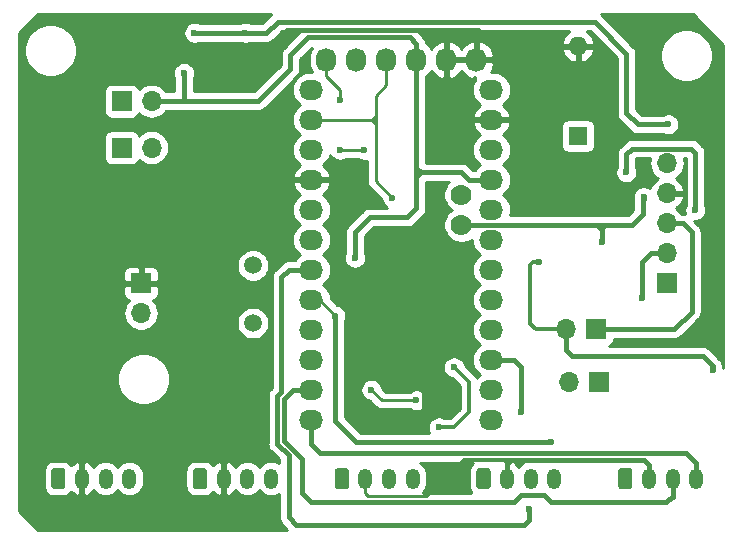
<source format=gbr>
%TF.GenerationSoftware,KiCad,Pcbnew,(5.0.0)*%
%TF.CreationDate,2021-11-23T11:21:32+01:00*%
%TF.ProjectId,PlacaSlave3AGesinen,506C616361536C617665334147657369,rev?*%
%TF.SameCoordinates,Original*%
%TF.FileFunction,Copper,L2,Bot,Signal*%
%TF.FilePolarity,Positive*%
%FSLAX46Y46*%
G04 Gerber Fmt 4.6, Leading zero omitted, Abs format (unit mm)*
G04 Created by KiCad (PCBNEW (5.0.0)) date 11/23/21 11:21:32*
%MOMM*%
%LPD*%
G01*
G04 APERTURE LIST*
%TA.AperFunction,ComponentPad*%
%ADD10C,1.778000*%
%TD*%
%TA.AperFunction,ComponentPad*%
%ADD11O,2.032000X1.727200*%
%TD*%
%TA.AperFunction,ComponentPad*%
%ADD12O,1.727200X2.032000*%
%TD*%
%TA.AperFunction,ComponentPad*%
%ADD13R,1.700000X1.700000*%
%TD*%
%TA.AperFunction,ComponentPad*%
%ADD14O,1.700000X1.700000*%
%TD*%
%TA.AperFunction,ComponentPad*%
%ADD15O,1.200000X1.750000*%
%TD*%
%TA.AperFunction,Conductor*%
%ADD16C,0.100000*%
%TD*%
%TA.AperFunction,ComponentPad*%
%ADD17C,1.200000*%
%TD*%
%TA.AperFunction,ComponentPad*%
%ADD18C,1.500000*%
%TD*%
%TA.AperFunction,ComponentPad*%
%ADD19R,1.600000X1.600000*%
%TD*%
%TA.AperFunction,ComponentPad*%
%ADD20O,1.600000X1.600000*%
%TD*%
%TA.AperFunction,ViaPad*%
%ADD21C,0.600000*%
%TD*%
%TA.AperFunction,ViaPad*%
%ADD22C,0.800000*%
%TD*%
%TA.AperFunction,Conductor*%
%ADD23C,0.250000*%
%TD*%
%TA.AperFunction,Conductor*%
%ADD24C,0.400000*%
%TD*%
%TA.AperFunction,Conductor*%
%ADD25C,0.300000*%
%TD*%
%TA.AperFunction,Conductor*%
%ADD26C,0.254000*%
%TD*%
G04 APERTURE END LIST*
D10*
%TO.P,P3,1*%
%TO.N,/A5_SCL*%
X151130000Y-93980000D03*
%TO.P,P3,2*%
%TO.N,/A4_SDA*%
X151130000Y-96520000D03*
%TD*%
D11*
%TO.P,P1,1*%
%TO.N,/TX0*%
X138430000Y-85090000D03*
%TO.P,P1,2*%
%TO.N,/RX0*%
X138430000Y-87630000D03*
%TO.P,P1,3*%
%TO.N,/RST*%
X138430000Y-90170000D03*
%TO.P,P1,4*%
%TO.N,GND*%
X138430000Y-92710000D03*
%TO.P,P1,5*%
%TO.N,/RX1*%
X138430000Y-95250000D03*
%TO.P,P1,6*%
%TO.N,/TX1*%
X138430000Y-97790000D03*
%TO.P,P1,7*%
%TO.N,/RX2*%
X138430000Y-100330000D03*
%TO.P,P1,8*%
%TO.N,/TX2*%
X138430000Y-102870000D03*
%TO.P,P1,9*%
%TO.N,/RX3*%
X138430000Y-105410000D03*
%TO.P,P1,10*%
%TO.N,/TX3*%
X138430000Y-107950000D03*
%TO.P,P1,11*%
%TO.N,/RX4*%
X138430000Y-110490000D03*
%TO.P,P1,12*%
%TO.N,/TX4*%
X138430000Y-113030000D03*
%TD*%
D12*
%TO.P,P2,1*%
%TO.N,/RST*%
X139700000Y-82550000D03*
%TO.P,P2,2*%
%TO.N,/TX0*%
X142240000Y-82550000D03*
%TO.P,P2,3*%
%TO.N,/RX0*%
X144780000Y-82550000D03*
%TO.P,P2,4*%
%TO.N,+5V*%
X147320000Y-82550000D03*
%TO.P,P2,5*%
%TO.N,GND*%
X149860000Y-82550000D03*
%TO.P,P2,6*%
X152400000Y-82550000D03*
%TD*%
D11*
%TO.P,P4,1*%
%TO.N,N/C*%
X153670000Y-85090000D03*
%TO.P,P4,2*%
%TO.N,GND*%
X153670000Y-87630000D03*
%TO.P,P4,3*%
%TO.N,/RST*%
X153670000Y-90170000D03*
%TO.P,P4,4*%
%TO.N,+5V*%
X153670000Y-92710000D03*
%TO.P,P4,5*%
%TO.N,/A3*%
X153670000Y-95250000D03*
%TO.P,P4,6*%
%TO.N,/A2*%
X153670000Y-97790000D03*
%TO.P,P4,7*%
%TO.N,/A1*%
X153670000Y-100330000D03*
%TO.P,P4,8*%
%TO.N,/A0*%
X153670000Y-102870000D03*
%TO.P,P4,9*%
%TO.N,/SCK*%
X153670000Y-105410000D03*
%TO.P,P4,10*%
%TO.N,/RX5*%
X153670000Y-107950000D03*
%TO.P,P4,11*%
%TO.N,/TX5*%
X153670000Y-110490000D03*
%TO.P,P4,12*%
%TO.N,N/C*%
X153670000Y-113030000D03*
%TD*%
D13*
%TO.P,J1,1*%
%TO.N,GND*%
X124000000Y-101460000D03*
D14*
%TO.P,J1,2*%
%TO.N,/VIN*%
X124000000Y-104000000D03*
%TD*%
%TO.P,JP1,2*%
%TO.N,+5V*%
X124904500Y-86042500D03*
D13*
%TO.P,JP1,1*%
%TO.N,/VIN*%
X122364500Y-86042500D03*
%TD*%
%TO.P,JP2,1*%
%TO.N,+5V*%
X122364500Y-89979500D03*
D14*
%TO.P,JP2,2*%
%TO.N,Net-(D1-Pad2)*%
X124904500Y-89979500D03*
%TD*%
D15*
%TO.P,S1,4*%
%TO.N,/TX1*%
X123000000Y-118000000D03*
%TO.P,S1,3*%
%TO.N,/RX1*%
X121000000Y-118000000D03*
%TO.P,S1,2*%
%TO.N,GND*%
X119000000Y-118000000D03*
D16*
%TD*%
%TO.N,+5V*%
%TO.C,S1*%
G36*
X117374505Y-117126204D02*
X117398773Y-117129804D01*
X117422572Y-117135765D01*
X117445671Y-117144030D01*
X117467850Y-117154520D01*
X117488893Y-117167132D01*
X117508599Y-117181747D01*
X117526777Y-117198223D01*
X117543253Y-117216401D01*
X117557868Y-117236107D01*
X117570480Y-117257150D01*
X117580970Y-117279329D01*
X117589235Y-117302428D01*
X117595196Y-117326227D01*
X117598796Y-117350495D01*
X117600000Y-117374999D01*
X117600000Y-118625001D01*
X117598796Y-118649505D01*
X117595196Y-118673773D01*
X117589235Y-118697572D01*
X117580970Y-118720671D01*
X117570480Y-118742850D01*
X117557868Y-118763893D01*
X117543253Y-118783599D01*
X117526777Y-118801777D01*
X117508599Y-118818253D01*
X117488893Y-118832868D01*
X117467850Y-118845480D01*
X117445671Y-118855970D01*
X117422572Y-118864235D01*
X117398773Y-118870196D01*
X117374505Y-118873796D01*
X117350001Y-118875000D01*
X116649999Y-118875000D01*
X116625495Y-118873796D01*
X116601227Y-118870196D01*
X116577428Y-118864235D01*
X116554329Y-118855970D01*
X116532150Y-118845480D01*
X116511107Y-118832868D01*
X116491401Y-118818253D01*
X116473223Y-118801777D01*
X116456747Y-118783599D01*
X116442132Y-118763893D01*
X116429520Y-118742850D01*
X116419030Y-118720671D01*
X116410765Y-118697572D01*
X116404804Y-118673773D01*
X116401204Y-118649505D01*
X116400000Y-118625001D01*
X116400000Y-117374999D01*
X116401204Y-117350495D01*
X116404804Y-117326227D01*
X116410765Y-117302428D01*
X116419030Y-117279329D01*
X116429520Y-117257150D01*
X116442132Y-117236107D01*
X116456747Y-117216401D01*
X116473223Y-117198223D01*
X116491401Y-117181747D01*
X116511107Y-117167132D01*
X116532150Y-117154520D01*
X116554329Y-117144030D01*
X116577428Y-117135765D01*
X116601227Y-117129804D01*
X116625495Y-117126204D01*
X116649999Y-117125000D01*
X117350001Y-117125000D01*
X117374505Y-117126204D01*
X117374505Y-117126204D01*
G37*
D17*
%TO.P,S1,1*%
%TO.N,+5V*%
X117000000Y-118000000D03*
%TD*%
D16*
%TO.N,+5V*%
%TO.C,S3*%
G36*
X153374505Y-117126204D02*
X153398773Y-117129804D01*
X153422572Y-117135765D01*
X153445671Y-117144030D01*
X153467850Y-117154520D01*
X153488893Y-117167132D01*
X153508599Y-117181747D01*
X153526777Y-117198223D01*
X153543253Y-117216401D01*
X153557868Y-117236107D01*
X153570480Y-117257150D01*
X153580970Y-117279329D01*
X153589235Y-117302428D01*
X153595196Y-117326227D01*
X153598796Y-117350495D01*
X153600000Y-117374999D01*
X153600000Y-118625001D01*
X153598796Y-118649505D01*
X153595196Y-118673773D01*
X153589235Y-118697572D01*
X153580970Y-118720671D01*
X153570480Y-118742850D01*
X153557868Y-118763893D01*
X153543253Y-118783599D01*
X153526777Y-118801777D01*
X153508599Y-118818253D01*
X153488893Y-118832868D01*
X153467850Y-118845480D01*
X153445671Y-118855970D01*
X153422572Y-118864235D01*
X153398773Y-118870196D01*
X153374505Y-118873796D01*
X153350001Y-118875000D01*
X152649999Y-118875000D01*
X152625495Y-118873796D01*
X152601227Y-118870196D01*
X152577428Y-118864235D01*
X152554329Y-118855970D01*
X152532150Y-118845480D01*
X152511107Y-118832868D01*
X152491401Y-118818253D01*
X152473223Y-118801777D01*
X152456747Y-118783599D01*
X152442132Y-118763893D01*
X152429520Y-118742850D01*
X152419030Y-118720671D01*
X152410765Y-118697572D01*
X152404804Y-118673773D01*
X152401204Y-118649505D01*
X152400000Y-118625001D01*
X152400000Y-117374999D01*
X152401204Y-117350495D01*
X152404804Y-117326227D01*
X152410765Y-117302428D01*
X152419030Y-117279329D01*
X152429520Y-117257150D01*
X152442132Y-117236107D01*
X152456747Y-117216401D01*
X152473223Y-117198223D01*
X152491401Y-117181747D01*
X152511107Y-117167132D01*
X152532150Y-117154520D01*
X152554329Y-117144030D01*
X152577428Y-117135765D01*
X152601227Y-117129804D01*
X152625495Y-117126204D01*
X152649999Y-117125000D01*
X153350001Y-117125000D01*
X153374505Y-117126204D01*
X153374505Y-117126204D01*
G37*
D17*
%TD*%
%TO.P,S3,1*%
%TO.N,+5V*%
X153000000Y-118000000D03*
D15*
%TO.P,S3,2*%
%TO.N,GND*%
X155000000Y-118000000D03*
%TO.P,S3,3*%
%TO.N,/RX2*%
X157000000Y-118000000D03*
%TO.P,S3,4*%
%TO.N,/TX2*%
X159000000Y-118000000D03*
%TD*%
D16*
%TO.N,+5V*%
%TO.C,S4*%
G36*
X129374505Y-117126204D02*
X129398773Y-117129804D01*
X129422572Y-117135765D01*
X129445671Y-117144030D01*
X129467850Y-117154520D01*
X129488893Y-117167132D01*
X129508599Y-117181747D01*
X129526777Y-117198223D01*
X129543253Y-117216401D01*
X129557868Y-117236107D01*
X129570480Y-117257150D01*
X129580970Y-117279329D01*
X129589235Y-117302428D01*
X129595196Y-117326227D01*
X129598796Y-117350495D01*
X129600000Y-117374999D01*
X129600000Y-118625001D01*
X129598796Y-118649505D01*
X129595196Y-118673773D01*
X129589235Y-118697572D01*
X129580970Y-118720671D01*
X129570480Y-118742850D01*
X129557868Y-118763893D01*
X129543253Y-118783599D01*
X129526777Y-118801777D01*
X129508599Y-118818253D01*
X129488893Y-118832868D01*
X129467850Y-118845480D01*
X129445671Y-118855970D01*
X129422572Y-118864235D01*
X129398773Y-118870196D01*
X129374505Y-118873796D01*
X129350001Y-118875000D01*
X128649999Y-118875000D01*
X128625495Y-118873796D01*
X128601227Y-118870196D01*
X128577428Y-118864235D01*
X128554329Y-118855970D01*
X128532150Y-118845480D01*
X128511107Y-118832868D01*
X128491401Y-118818253D01*
X128473223Y-118801777D01*
X128456747Y-118783599D01*
X128442132Y-118763893D01*
X128429520Y-118742850D01*
X128419030Y-118720671D01*
X128410765Y-118697572D01*
X128404804Y-118673773D01*
X128401204Y-118649505D01*
X128400000Y-118625001D01*
X128400000Y-117374999D01*
X128401204Y-117350495D01*
X128404804Y-117326227D01*
X128410765Y-117302428D01*
X128419030Y-117279329D01*
X128429520Y-117257150D01*
X128442132Y-117236107D01*
X128456747Y-117216401D01*
X128473223Y-117198223D01*
X128491401Y-117181747D01*
X128511107Y-117167132D01*
X128532150Y-117154520D01*
X128554329Y-117144030D01*
X128577428Y-117135765D01*
X128601227Y-117129804D01*
X128625495Y-117126204D01*
X128649999Y-117125000D01*
X129350001Y-117125000D01*
X129374505Y-117126204D01*
X129374505Y-117126204D01*
G37*
D17*
%TD*%
%TO.P,S4,1*%
%TO.N,+5V*%
X129000000Y-118000000D03*
D15*
%TO.P,S4,2*%
%TO.N,GND*%
X131000000Y-118000000D03*
%TO.P,S4,3*%
%TO.N,/RX3*%
X133000000Y-118000000D03*
%TO.P,S4,4*%
%TO.N,/TX3*%
X135000000Y-118000000D03*
%TD*%
%TO.P,S5,4*%
%TO.N,/TX4*%
X171000000Y-118000000D03*
%TO.P,S5,3*%
%TO.N,/RX4*%
X169000000Y-118000000D03*
%TO.P,S5,2*%
%TO.N,GND*%
X167000000Y-118000000D03*
D16*
%TD*%
%TO.N,+5V*%
%TO.C,S5*%
G36*
X165374505Y-117126204D02*
X165398773Y-117129804D01*
X165422572Y-117135765D01*
X165445671Y-117144030D01*
X165467850Y-117154520D01*
X165488893Y-117167132D01*
X165508599Y-117181747D01*
X165526777Y-117198223D01*
X165543253Y-117216401D01*
X165557868Y-117236107D01*
X165570480Y-117257150D01*
X165580970Y-117279329D01*
X165589235Y-117302428D01*
X165595196Y-117326227D01*
X165598796Y-117350495D01*
X165600000Y-117374999D01*
X165600000Y-118625001D01*
X165598796Y-118649505D01*
X165595196Y-118673773D01*
X165589235Y-118697572D01*
X165580970Y-118720671D01*
X165570480Y-118742850D01*
X165557868Y-118763893D01*
X165543253Y-118783599D01*
X165526777Y-118801777D01*
X165508599Y-118818253D01*
X165488893Y-118832868D01*
X165467850Y-118845480D01*
X165445671Y-118855970D01*
X165422572Y-118864235D01*
X165398773Y-118870196D01*
X165374505Y-118873796D01*
X165350001Y-118875000D01*
X164649999Y-118875000D01*
X164625495Y-118873796D01*
X164601227Y-118870196D01*
X164577428Y-118864235D01*
X164554329Y-118855970D01*
X164532150Y-118845480D01*
X164511107Y-118832868D01*
X164491401Y-118818253D01*
X164473223Y-118801777D01*
X164456747Y-118783599D01*
X164442132Y-118763893D01*
X164429520Y-118742850D01*
X164419030Y-118720671D01*
X164410765Y-118697572D01*
X164404804Y-118673773D01*
X164401204Y-118649505D01*
X164400000Y-118625001D01*
X164400000Y-117374999D01*
X164401204Y-117350495D01*
X164404804Y-117326227D01*
X164410765Y-117302428D01*
X164419030Y-117279329D01*
X164429520Y-117257150D01*
X164442132Y-117236107D01*
X164456747Y-117216401D01*
X164473223Y-117198223D01*
X164491401Y-117181747D01*
X164511107Y-117167132D01*
X164532150Y-117154520D01*
X164554329Y-117144030D01*
X164577428Y-117135765D01*
X164601227Y-117129804D01*
X164625495Y-117126204D01*
X164649999Y-117125000D01*
X165350001Y-117125000D01*
X165374505Y-117126204D01*
X165374505Y-117126204D01*
G37*
D17*
%TO.P,S5,1*%
%TO.N,+5V*%
X165000000Y-118000000D03*
%TD*%
D16*
%TO.N,+5V*%
%TO.C,S6*%
G36*
X141374505Y-117126204D02*
X141398773Y-117129804D01*
X141422572Y-117135765D01*
X141445671Y-117144030D01*
X141467850Y-117154520D01*
X141488893Y-117167132D01*
X141508599Y-117181747D01*
X141526777Y-117198223D01*
X141543253Y-117216401D01*
X141557868Y-117236107D01*
X141570480Y-117257150D01*
X141580970Y-117279329D01*
X141589235Y-117302428D01*
X141595196Y-117326227D01*
X141598796Y-117350495D01*
X141600000Y-117374999D01*
X141600000Y-118625001D01*
X141598796Y-118649505D01*
X141595196Y-118673773D01*
X141589235Y-118697572D01*
X141580970Y-118720671D01*
X141570480Y-118742850D01*
X141557868Y-118763893D01*
X141543253Y-118783599D01*
X141526777Y-118801777D01*
X141508599Y-118818253D01*
X141488893Y-118832868D01*
X141467850Y-118845480D01*
X141445671Y-118855970D01*
X141422572Y-118864235D01*
X141398773Y-118870196D01*
X141374505Y-118873796D01*
X141350001Y-118875000D01*
X140649999Y-118875000D01*
X140625495Y-118873796D01*
X140601227Y-118870196D01*
X140577428Y-118864235D01*
X140554329Y-118855970D01*
X140532150Y-118845480D01*
X140511107Y-118832868D01*
X140491401Y-118818253D01*
X140473223Y-118801777D01*
X140456747Y-118783599D01*
X140442132Y-118763893D01*
X140429520Y-118742850D01*
X140419030Y-118720671D01*
X140410765Y-118697572D01*
X140404804Y-118673773D01*
X140401204Y-118649505D01*
X140400000Y-118625001D01*
X140400000Y-117374999D01*
X140401204Y-117350495D01*
X140404804Y-117326227D01*
X140410765Y-117302428D01*
X140419030Y-117279329D01*
X140429520Y-117257150D01*
X140442132Y-117236107D01*
X140456747Y-117216401D01*
X140473223Y-117198223D01*
X140491401Y-117181747D01*
X140511107Y-117167132D01*
X140532150Y-117154520D01*
X140554329Y-117144030D01*
X140577428Y-117135765D01*
X140601227Y-117129804D01*
X140625495Y-117126204D01*
X140649999Y-117125000D01*
X141350001Y-117125000D01*
X141374505Y-117126204D01*
X141374505Y-117126204D01*
G37*
D17*
%TD*%
%TO.P,S6,1*%
%TO.N,+5V*%
X141000000Y-118000000D03*
D15*
%TO.P,S6,2*%
%TO.N,GND*%
X143000000Y-118000000D03*
%TO.P,S6,3*%
%TO.N,/RX5*%
X145000000Y-118000000D03*
%TO.P,S6,4*%
%TO.N,/TX5*%
X147000000Y-118000000D03*
%TD*%
D18*
%TO.P,Y1,1*%
%TO.N,Net-(U2-Pad7)*%
X133477000Y-99949000D03*
%TO.P,Y1,2*%
%TO.N,Net-(U2-Pad8)*%
X133477000Y-104829000D03*
%TD*%
D13*
%TO.P,JP3,1*%
%TO.N,/A5_SCL_3V3*%
X162560000Y-105346500D03*
D14*
%TO.P,JP3,2*%
%TO.N,/A5_SCL*%
X160020000Y-105346500D03*
%TD*%
%TO.P,JP4,2*%
%TO.N,/A4_SDA*%
X160210500Y-109855000D03*
D13*
%TO.P,JP4,1*%
%TO.N,/A4_SDA_3V3*%
X162750500Y-109855000D03*
%TD*%
%TO.P,S2,1*%
%TO.N,/3V3*%
X168529000Y-101473000D03*
D14*
%TO.P,S2,2*%
%TO.N,/A4_SDA_3V3*%
X168529000Y-98933000D03*
%TO.P,S2,3*%
%TO.N,/A5_SCL_3V3*%
X168529000Y-96393000D03*
%TO.P,S2,4*%
%TO.N,GND*%
X168529000Y-93853000D03*
%TO.P,S2,5*%
%TO.N,/VIN*%
X168529000Y-91313000D03*
%TD*%
D19*
%TO.P,SW1,1*%
%TO.N,/RST*%
X161000000Y-89000000D03*
D20*
%TO.P,SW1,2*%
%TO.N,GND*%
X161000000Y-81380000D03*
%TD*%
D21*
%TO.N,GND*%
X148590000Y-109220000D03*
X144145000Y-113665000D03*
X143827500Y-102235000D03*
X144843500Y-101219000D03*
D22*
X133858000Y-83693000D03*
D21*
%TO.N,/VIN*%
X128524000Y-80264000D03*
X168656000Y-88011000D03*
X132842000Y-80264000D03*
%TO.N,Net-(C2-Pad2)*%
X149225000Y-113665000D03*
X150495000Y-108585000D03*
%TO.N,+5V*%
X165100000Y-92075000D03*
X142113000Y-99314000D03*
X170942000Y-95250000D03*
X127635000Y-83669001D03*
%TO.N,/RX0*%
X145288000Y-94234000D03*
%TO.N,/RST*%
X140843000Y-90170000D03*
X142875000Y-90170000D03*
X140843000Y-85979000D03*
%TO.N,/RX2*%
X156845000Y-120585000D03*
%TO.N,/TX2*%
X140462000Y-104203500D03*
X158750000Y-114935000D03*
%TO.N,/A4_SDA*%
X163020500Y-97933000D03*
X166560500Y-94170500D03*
%TO.N,/A5_SCL*%
X157670500Y-99695000D03*
X172402500Y-108839000D03*
%TO.N,/RX5*%
X156210000Y-112395000D03*
X147320000Y-111379000D03*
X143510000Y-110490000D03*
%TO.N,/A4_SDA_3V3*%
X166433500Y-102743000D03*
%TD*%
D23*
%TO.N,GND*%
X149860000Y-82550000D02*
X152400000Y-82550000D01*
X153670000Y-87630000D02*
X150812500Y-87630000D01*
X149860000Y-86677500D02*
X149860000Y-82550000D01*
X150812500Y-87630000D02*
X149860000Y-86677500D01*
D24*
X155000000Y-116725000D02*
X155300990Y-116424010D01*
X155000000Y-118000000D02*
X155000000Y-116725000D01*
X167000000Y-116835000D02*
X167000000Y-118000000D01*
X166589010Y-116424010D02*
X167000000Y-116835000D01*
D25*
X148590000Y-109220000D02*
X147955000Y-109855000D01*
X147970001Y-109870001D02*
X147970001Y-112379999D01*
X147955000Y-109855000D02*
X147970001Y-109870001D01*
X147970001Y-112379999D02*
X146685000Y-113665000D01*
X146685000Y-113665000D02*
X144145000Y-113665000D01*
D23*
X143827500Y-102235000D02*
X144843500Y-101219000D01*
D24*
X155667010Y-116424010D02*
X166589010Y-116424010D01*
X155300990Y-116424010D02*
X155667010Y-116424010D01*
D23*
X143238990Y-119489990D02*
X148156030Y-119489990D01*
X148156030Y-119489990D02*
X151222010Y-116424010D01*
X143000000Y-118000000D02*
X143000000Y-119251000D01*
X143000000Y-119251000D02*
X143238990Y-119489990D01*
X151222010Y-116424010D02*
X154778010Y-116424010D01*
X154778010Y-116424010D02*
X155667010Y-116424010D01*
X155000000Y-116646000D02*
X154778010Y-116424010D01*
X155000000Y-116725000D02*
X155000000Y-116646000D01*
X155413010Y-116424010D02*
X155338010Y-116349010D01*
X155667010Y-116424010D02*
X155413010Y-116424010D01*
X151297010Y-116349010D02*
X151222010Y-116424010D01*
X155000000Y-116680020D02*
X154668990Y-116349010D01*
X155000000Y-116725000D02*
X155000000Y-116680020D01*
X155338010Y-116349010D02*
X154668990Y-116349010D01*
X154668990Y-116349010D02*
X151297010Y-116349010D01*
D24*
X161000000Y-81380000D02*
X153868490Y-81380000D01*
X152533480Y-80044990D02*
X136363010Y-80044990D01*
X153868490Y-81380000D02*
X152533480Y-80044990D01*
X136363010Y-80044990D02*
X135255000Y-81153000D01*
X135255000Y-81153000D02*
X135255000Y-83185000D01*
X135255000Y-83185000D02*
X134747000Y-83693000D01*
X134747000Y-83693000D02*
X133858000Y-83693000D01*
%TO.N,/VIN*%
X128524000Y-80264000D02*
X132842000Y-80264000D01*
X166039800Y-88011000D02*
X168656000Y-88011000D01*
X165100000Y-87071200D02*
X166039800Y-88011000D01*
X165100000Y-82042000D02*
X165100000Y-87071200D01*
X134620000Y-80264000D02*
X135572500Y-79311500D01*
X132842000Y-80264000D02*
X134620000Y-80264000D01*
X135572500Y-79311500D02*
X162394900Y-79311500D01*
X162394900Y-79311500D02*
X162394900Y-79336900D01*
X162394900Y-79336900D02*
X165100000Y-82042000D01*
D25*
%TO.N,Net-(C2-Pad2)*%
X149225000Y-113665000D02*
X150495000Y-113665000D01*
X150495000Y-113665000D02*
X151130000Y-113030000D01*
X151130000Y-113030000D02*
X151765000Y-112395000D01*
X151765000Y-112395000D02*
X151765000Y-109855000D01*
X151765000Y-109855000D02*
X150495000Y-108585000D01*
D24*
%TO.N,+5V*%
X142113000Y-99314000D02*
X142113000Y-97155000D01*
X142113000Y-97155000D02*
X143383000Y-95885000D01*
X146558000Y-95885000D02*
X147320000Y-95123000D01*
X143383000Y-95885000D02*
X146558000Y-95885000D01*
X153650999Y-92690999D02*
X151745999Y-92690999D01*
X153670000Y-92710000D02*
X153650999Y-92690999D01*
X151745999Y-92690999D02*
X151130000Y-92075000D01*
X147701000Y-92075000D02*
X147320000Y-91694000D01*
X147701000Y-92075000D02*
X147320000Y-92075000D01*
X147320000Y-91694000D02*
X147320000Y-82550000D01*
X147320000Y-92075000D02*
X147320000Y-91694000D01*
X151130000Y-92075000D02*
X147701000Y-92075000D01*
X147701000Y-92075000D02*
X147320000Y-92456000D01*
X147320000Y-95123000D02*
X147320000Y-92456000D01*
X147320000Y-92456000D02*
X147320000Y-92075000D01*
X170942000Y-95250000D02*
X170942000Y-90424000D01*
X170580999Y-90062999D02*
X165588001Y-90062999D01*
X170942000Y-90424000D02*
X170580999Y-90062999D01*
X165100000Y-90551000D02*
X165100000Y-92075000D01*
X165588001Y-90062999D02*
X165100000Y-90551000D01*
X127635000Y-86042500D02*
X127635000Y-83820000D01*
X124904500Y-86042500D02*
X127635000Y-86042500D01*
X127635000Y-83820000D02*
X127635000Y-83669001D01*
X147320000Y-81216500D02*
X147320000Y-82550000D01*
X146748500Y-80645000D02*
X147320000Y-81216500D01*
X127635000Y-86042500D02*
X133921500Y-86042500D01*
X133921500Y-86042500D02*
X136652000Y-83312000D01*
X136652000Y-83312000D02*
X136652000Y-82169000D01*
X138176000Y-80645000D02*
X146748500Y-80645000D01*
X136652000Y-82169000D02*
X138176000Y-80645000D01*
D23*
%TO.N,/RX0*%
X145288000Y-94234000D02*
X143891000Y-92837000D01*
X142938500Y-87630000D02*
X138430000Y-87630000D01*
X144780000Y-82550000D02*
X144780000Y-84709000D01*
X144780000Y-84709000D02*
X143891000Y-85598000D01*
X143891000Y-92837000D02*
X143891000Y-89027000D01*
X143764000Y-87630000D02*
X143891000Y-87757000D01*
X143573500Y-87630000D02*
X143764000Y-87630000D01*
X142938500Y-87630000D02*
X143573500Y-87630000D01*
X143573500Y-87630000D02*
X143891000Y-87630000D01*
X143891000Y-87630000D02*
X143891000Y-87757000D01*
X143573500Y-87630000D02*
X143891000Y-87947500D01*
X143891000Y-87757000D02*
X143891000Y-87947500D01*
X143891000Y-87947500D02*
X143891000Y-89027000D01*
X143573500Y-87630000D02*
X143891000Y-87312500D01*
X143891000Y-85598000D02*
X143891000Y-87312500D01*
X143891000Y-87312500D02*
X143891000Y-87630000D01*
%TO.N,/RST*%
X140843000Y-90170000D02*
X142875000Y-90170000D01*
X140843000Y-85979000D02*
X140843000Y-85090000D01*
X139700000Y-83947000D02*
X139700000Y-82550000D01*
X140843000Y-85090000D02*
X139700000Y-83947000D01*
D24*
%TO.N,/RX2*%
X136525000Y-100330000D02*
X138430000Y-100330000D01*
X135890000Y-100965000D02*
X136525000Y-100330000D01*
X135890000Y-110657458D02*
X135890000Y-100965000D01*
X135543990Y-111003468D02*
X135890000Y-110657458D01*
X135543991Y-115056533D02*
X135543990Y-111003468D01*
X136525000Y-116037542D02*
X135543991Y-115056533D01*
X156845000Y-120585000D02*
X156845000Y-121539000D01*
X137160000Y-121920000D02*
X136525000Y-121285000D01*
X156845000Y-121539000D02*
X156464000Y-121920000D01*
X156464000Y-121920000D02*
X137160000Y-121920000D01*
X136525000Y-121285000D02*
X136525000Y-116037542D01*
D23*
%TO.N,/TX2*%
X139128500Y-102870000D02*
X138430000Y-102870000D01*
X140462000Y-104203500D02*
X139128500Y-102870000D01*
D24*
X140462000Y-110363000D02*
X140462000Y-113157000D01*
X140462000Y-104203500D02*
X140462000Y-110363000D01*
X140462000Y-113157000D02*
X142240000Y-114935000D01*
X142240000Y-114935000D02*
X158750000Y-114935000D01*
%TO.N,/RX4*%
X169000000Y-118000000D02*
X169000000Y-119544000D01*
X168455000Y-120015000D02*
X169000000Y-119470000D01*
X136144000Y-111252000D02*
X136144000Y-114808000D01*
X137668000Y-116332000D02*
X137668000Y-119253000D01*
X136906000Y-110490000D02*
X136144000Y-111252000D01*
X169000000Y-119470000D02*
X169000000Y-118000000D01*
X138430000Y-110490000D02*
X136906000Y-110490000D01*
X137668000Y-119253000D02*
X138430000Y-120015000D01*
X138430000Y-120015000D02*
X155575000Y-120015000D01*
X155575000Y-120015000D02*
X156210000Y-119380000D01*
X156210000Y-119380000D02*
X158115000Y-119380000D01*
X158115000Y-119380000D02*
X158750000Y-120015000D01*
X136144000Y-114808000D02*
X137668000Y-116332000D01*
X158750000Y-120015000D02*
X168455000Y-120015000D01*
%TO.N,/TX4*%
X171000000Y-118000000D02*
X171000000Y-116644000D01*
X171000000Y-116644000D02*
X170180000Y-115824000D01*
X170180000Y-115824000D02*
X139192000Y-115824000D01*
X138430000Y-115062000D02*
X138430000Y-113030000D01*
X139192000Y-115824000D02*
X138430000Y-115062000D01*
D23*
%TO.N,/A4_SDA*%
X166624000Y-95504000D02*
X166624000Y-94488000D01*
D24*
X163020500Y-96567500D02*
X163068000Y-96520000D01*
D23*
X151130000Y-96520000D02*
X162623500Y-96520000D01*
X162623500Y-96520000D02*
X163068000Y-96520000D01*
D24*
X163020500Y-96853500D02*
X163020500Y-96567500D01*
X163020500Y-96821500D02*
X163322000Y-96520000D01*
X163020500Y-97139000D02*
X163020500Y-96821500D01*
X163020500Y-97933000D02*
X163020500Y-97139000D01*
X163020500Y-97139000D02*
X163020500Y-96853500D01*
D23*
X163322000Y-96520000D02*
X165608000Y-96520000D01*
X163068000Y-96520000D02*
X163322000Y-96520000D01*
D24*
X162957000Y-96853500D02*
X162623500Y-96520000D01*
X163020500Y-96853500D02*
X162957000Y-96853500D01*
X165608000Y-96520000D02*
X166528750Y-95599250D01*
X151130000Y-96520000D02*
X165608000Y-96520000D01*
D23*
X166528750Y-95599250D02*
X166624000Y-95504000D01*
D24*
X166528750Y-95599250D02*
X166528750Y-94392750D01*
X166528750Y-94392750D02*
X166560500Y-94361000D01*
X166560500Y-94361000D02*
X166560500Y-94170500D01*
D25*
%TO.N,/A5_SCL*%
X160020000Y-105346500D02*
X157416500Y-105346500D01*
X157416500Y-105346500D02*
X156972000Y-104902000D01*
X156972000Y-104902000D02*
X156972000Y-99885500D01*
X156972000Y-99885500D02*
X157162500Y-99695000D01*
X157162500Y-99695000D02*
X157670500Y-99695000D01*
D24*
X160020000Y-105346500D02*
X160020000Y-107124500D01*
X160020000Y-107124500D02*
X160528000Y-107632500D01*
X160528000Y-107632500D02*
X171577000Y-107632500D01*
X171577000Y-107632500D02*
X172402500Y-108458000D01*
X172402500Y-108458000D02*
X172402500Y-108839000D01*
%TO.N,/RX5*%
X155575000Y-107950000D02*
X156210000Y-108585000D01*
X156210000Y-112395000D02*
X156210000Y-108585000D01*
X155575000Y-107950000D02*
X153670000Y-107950000D01*
D23*
X147320000Y-111389000D02*
X144409000Y-111389000D01*
X144409000Y-111389000D02*
X143510000Y-110490000D01*
D24*
%TO.N,/A5_SCL_3V3*%
X162560000Y-105346500D02*
X169164000Y-105346500D01*
X169164000Y-105346500D02*
X170624500Y-103886000D01*
X170624500Y-103886000D02*
X170624500Y-97155000D01*
X169862500Y-96393000D02*
X168529000Y-96393000D01*
X170624500Y-97155000D02*
X169862500Y-96393000D01*
%TO.N,/A4_SDA_3V3*%
X168529000Y-98933000D02*
X167195500Y-98933000D01*
X167195500Y-98933000D02*
X166433500Y-99695000D01*
X166433500Y-99695000D02*
X166433500Y-102743000D01*
%TD*%
D26*
%TO.N,GND*%
G36*
X134979209Y-78718209D02*
X134953058Y-78750074D01*
X134274133Y-79429000D01*
X133269404Y-79429000D01*
X133114729Y-79364932D01*
X132934089Y-79329000D01*
X132749911Y-79329000D01*
X132569271Y-79364932D01*
X132414596Y-79429000D01*
X128951404Y-79429000D01*
X128796729Y-79364932D01*
X128616089Y-79329000D01*
X128431911Y-79329000D01*
X128251271Y-79364932D01*
X128081111Y-79435414D01*
X127927972Y-79537738D01*
X127797738Y-79667972D01*
X127695414Y-79821111D01*
X127624932Y-79991271D01*
X127589000Y-80171911D01*
X127589000Y-80356089D01*
X127624932Y-80536729D01*
X127695414Y-80706889D01*
X127797738Y-80860028D01*
X127927972Y-80990262D01*
X128081111Y-81092586D01*
X128251271Y-81163068D01*
X128431911Y-81199000D01*
X128616089Y-81199000D01*
X128796729Y-81163068D01*
X128951404Y-81099000D01*
X132414596Y-81099000D01*
X132569271Y-81163068D01*
X132749911Y-81199000D01*
X132934089Y-81199000D01*
X133114729Y-81163068D01*
X133269404Y-81099000D01*
X134578982Y-81099000D01*
X134620000Y-81103040D01*
X134661018Y-81099000D01*
X134661019Y-81099000D01*
X134783689Y-81086918D01*
X134941087Y-81039172D01*
X135086146Y-80961636D01*
X135213291Y-80857291D01*
X135239446Y-80825421D01*
X135918368Y-80146500D01*
X137493632Y-80146500D01*
X136090574Y-81549559D01*
X136058710Y-81575709D01*
X136032562Y-81607571D01*
X135954364Y-81702855D01*
X135876828Y-81847914D01*
X135829082Y-82005312D01*
X135812960Y-82169000D01*
X135817001Y-82210028D01*
X135817000Y-82966132D01*
X133575633Y-85207500D01*
X128470000Y-85207500D01*
X128470000Y-84096405D01*
X128534068Y-83941730D01*
X128570000Y-83761090D01*
X128570000Y-83576912D01*
X128534068Y-83396272D01*
X128463586Y-83226112D01*
X128361262Y-83072973D01*
X128231028Y-82942739D01*
X128077889Y-82840415D01*
X127907729Y-82769933D01*
X127727089Y-82734001D01*
X127542911Y-82734001D01*
X127362271Y-82769933D01*
X127192111Y-82840415D01*
X127038972Y-82942739D01*
X126908738Y-83072973D01*
X126806414Y-83226112D01*
X126735932Y-83396272D01*
X126700000Y-83576912D01*
X126700000Y-83761090D01*
X126735932Y-83941730D01*
X126800001Y-84096407D01*
X126800000Y-85207500D01*
X126140293Y-85207500D01*
X125959634Y-84987366D01*
X125733514Y-84801794D01*
X125475534Y-84663901D01*
X125195611Y-84578987D01*
X124977450Y-84557500D01*
X124831550Y-84557500D01*
X124613389Y-84578987D01*
X124333466Y-84663901D01*
X124075486Y-84801794D01*
X123849366Y-84987366D01*
X123824893Y-85017187D01*
X123804002Y-84948320D01*
X123745037Y-84838006D01*
X123665685Y-84741315D01*
X123568994Y-84661963D01*
X123458680Y-84602998D01*
X123338982Y-84566688D01*
X123214500Y-84554428D01*
X121514500Y-84554428D01*
X121390018Y-84566688D01*
X121270320Y-84602998D01*
X121160006Y-84661963D01*
X121063315Y-84741315D01*
X120983963Y-84838006D01*
X120924998Y-84948320D01*
X120888688Y-85068018D01*
X120876428Y-85192500D01*
X120876428Y-86892500D01*
X120888688Y-87016982D01*
X120924998Y-87136680D01*
X120983963Y-87246994D01*
X121063315Y-87343685D01*
X121160006Y-87423037D01*
X121270320Y-87482002D01*
X121390018Y-87518312D01*
X121514500Y-87530572D01*
X123214500Y-87530572D01*
X123338982Y-87518312D01*
X123458680Y-87482002D01*
X123568994Y-87423037D01*
X123665685Y-87343685D01*
X123745037Y-87246994D01*
X123804002Y-87136680D01*
X123824893Y-87067813D01*
X123849366Y-87097634D01*
X124075486Y-87283206D01*
X124333466Y-87421099D01*
X124613389Y-87506013D01*
X124831550Y-87527500D01*
X124977450Y-87527500D01*
X125195611Y-87506013D01*
X125475534Y-87421099D01*
X125733514Y-87283206D01*
X125959634Y-87097634D01*
X126140293Y-86877500D01*
X127593981Y-86877500D01*
X127635000Y-86881540D01*
X127676018Y-86877500D01*
X133880482Y-86877500D01*
X133921500Y-86881540D01*
X133962518Y-86877500D01*
X133962519Y-86877500D01*
X134085189Y-86865418D01*
X134242587Y-86817672D01*
X134387646Y-86740136D01*
X134514791Y-86635791D01*
X134540946Y-86603921D01*
X137213428Y-83931440D01*
X137245291Y-83905291D01*
X137349636Y-83778146D01*
X137427172Y-83633087D01*
X137474918Y-83475689D01*
X137487000Y-83353019D01*
X137487000Y-83353018D01*
X137491040Y-83312001D01*
X137487000Y-83270982D01*
X137487000Y-82514867D01*
X138480233Y-81521635D01*
X138447931Y-81560995D01*
X138308775Y-81821337D01*
X138223084Y-82103824D01*
X138201400Y-82323982D01*
X138201400Y-82776019D01*
X138223084Y-82996177D01*
X138308775Y-83278664D01*
X138447931Y-83539006D01*
X138490930Y-83591400D01*
X138203981Y-83591400D01*
X137983823Y-83613084D01*
X137701336Y-83698775D01*
X137440994Y-83837931D01*
X137212803Y-84025203D01*
X137025531Y-84253394D01*
X136886375Y-84513736D01*
X136800684Y-84796223D01*
X136771749Y-85090000D01*
X136800684Y-85383777D01*
X136886375Y-85666264D01*
X137025531Y-85926606D01*
X137212803Y-86154797D01*
X137440994Y-86342069D01*
X137474540Y-86360000D01*
X137440994Y-86377931D01*
X137212803Y-86565203D01*
X137025531Y-86793394D01*
X136886375Y-87053736D01*
X136800684Y-87336223D01*
X136771749Y-87630000D01*
X136800684Y-87923777D01*
X136886375Y-88206264D01*
X137025531Y-88466606D01*
X137212803Y-88694797D01*
X137440994Y-88882069D01*
X137474540Y-88900000D01*
X137440994Y-88917931D01*
X137212803Y-89105203D01*
X137025531Y-89333394D01*
X136886375Y-89593736D01*
X136800684Y-89876223D01*
X136771749Y-90170000D01*
X136800684Y-90463777D01*
X136886375Y-90746264D01*
X137025531Y-91006606D01*
X137212803Y-91234797D01*
X137440994Y-91422069D01*
X137480947Y-91443424D01*
X137278271Y-91591514D01*
X137079267Y-91807965D01*
X136926314Y-92059081D01*
X136825291Y-92335211D01*
X136822642Y-92350974D01*
X136943783Y-92583000D01*
X138303000Y-92583000D01*
X138303000Y-92563000D01*
X138557000Y-92563000D01*
X138557000Y-92583000D01*
X139916217Y-92583000D01*
X140037358Y-92350974D01*
X140034709Y-92335211D01*
X139933686Y-92059081D01*
X139780733Y-91807965D01*
X139581729Y-91591514D01*
X139379053Y-91443424D01*
X139419006Y-91422069D01*
X139647197Y-91234797D01*
X139834469Y-91006606D01*
X139973625Y-90746264D01*
X140014223Y-90612429D01*
X140014414Y-90612889D01*
X140116738Y-90766028D01*
X140246972Y-90896262D01*
X140400111Y-90998586D01*
X140570271Y-91069068D01*
X140750911Y-91105000D01*
X140935089Y-91105000D01*
X141115729Y-91069068D01*
X141285889Y-90998586D01*
X141388535Y-90930000D01*
X142329465Y-90930000D01*
X142432111Y-90998586D01*
X142602271Y-91069068D01*
X142782911Y-91105000D01*
X142967089Y-91105000D01*
X143131000Y-91072396D01*
X143131000Y-92799677D01*
X143127324Y-92837000D01*
X143131000Y-92874322D01*
X143131000Y-92874332D01*
X143141997Y-92985985D01*
X143172360Y-93086080D01*
X143185454Y-93129246D01*
X143256026Y-93261276D01*
X143295871Y-93309826D01*
X143350999Y-93377001D01*
X143380003Y-93400804D01*
X144364847Y-94385649D01*
X144388932Y-94506729D01*
X144459414Y-94676889D01*
X144561738Y-94830028D01*
X144691972Y-94960262D01*
X144826275Y-95050000D01*
X143424015Y-95050000D01*
X143382999Y-95045960D01*
X143341983Y-95050000D01*
X143341981Y-95050000D01*
X143219311Y-95062082D01*
X143061913Y-95109828D01*
X142916854Y-95187364D01*
X142789709Y-95291709D01*
X142763561Y-95323571D01*
X141551574Y-96535559D01*
X141519710Y-96561709D01*
X141493562Y-96593571D01*
X141415364Y-96688855D01*
X141337828Y-96833914D01*
X141290082Y-96991312D01*
X141273960Y-97155000D01*
X141278001Y-97196028D01*
X141278000Y-98886595D01*
X141213932Y-99041271D01*
X141178000Y-99221911D01*
X141178000Y-99406089D01*
X141213932Y-99586729D01*
X141284414Y-99756889D01*
X141386738Y-99910028D01*
X141516972Y-100040262D01*
X141670111Y-100142586D01*
X141840271Y-100213068D01*
X142020911Y-100249000D01*
X142205089Y-100249000D01*
X142385729Y-100213068D01*
X142555889Y-100142586D01*
X142709028Y-100040262D01*
X142839262Y-99910028D01*
X142941586Y-99756889D01*
X143012068Y-99586729D01*
X143048000Y-99406089D01*
X143048000Y-99221911D01*
X143012068Y-99041271D01*
X142948000Y-98886596D01*
X142948000Y-97500867D01*
X143728868Y-96720000D01*
X146516982Y-96720000D01*
X146558000Y-96724040D01*
X146599018Y-96720000D01*
X146599019Y-96720000D01*
X146721689Y-96707918D01*
X146879087Y-96660172D01*
X147024146Y-96582636D01*
X147151291Y-96478291D01*
X147177445Y-96446422D01*
X147881433Y-95742436D01*
X147913291Y-95716291D01*
X147942287Y-95680960D01*
X148017636Y-95589146D01*
X148095172Y-95444087D01*
X148122192Y-95355014D01*
X148142918Y-95286689D01*
X148155000Y-95164019D01*
X148155000Y-95164018D01*
X148159040Y-95123000D01*
X148155000Y-95081982D01*
X148155000Y-92910000D01*
X150044739Y-92910000D01*
X149946232Y-93008507D01*
X149779449Y-93258115D01*
X149664566Y-93535466D01*
X149606000Y-93829899D01*
X149606000Y-94130101D01*
X149664566Y-94424534D01*
X149779449Y-94701885D01*
X149946232Y-94951493D01*
X150158507Y-95163768D01*
X150287562Y-95250000D01*
X150158507Y-95336232D01*
X149946232Y-95548507D01*
X149779449Y-95798115D01*
X149664566Y-96075466D01*
X149606000Y-96369899D01*
X149606000Y-96670101D01*
X149664566Y-96964534D01*
X149779449Y-97241885D01*
X149946232Y-97491493D01*
X150158507Y-97703768D01*
X150408115Y-97870551D01*
X150685466Y-97985434D01*
X150979899Y-98044000D01*
X151280101Y-98044000D01*
X151574534Y-97985434D01*
X151851885Y-97870551D01*
X152014518Y-97761883D01*
X152011749Y-97790000D01*
X152040684Y-98083777D01*
X152126375Y-98366264D01*
X152265531Y-98626606D01*
X152452803Y-98854797D01*
X152680994Y-99042069D01*
X152714540Y-99060000D01*
X152680994Y-99077931D01*
X152452803Y-99265203D01*
X152265531Y-99493394D01*
X152126375Y-99753736D01*
X152040684Y-100036223D01*
X152011749Y-100330000D01*
X152040684Y-100623777D01*
X152126375Y-100906264D01*
X152265531Y-101166606D01*
X152452803Y-101394797D01*
X152680994Y-101582069D01*
X152714540Y-101600000D01*
X152680994Y-101617931D01*
X152452803Y-101805203D01*
X152265531Y-102033394D01*
X152126375Y-102293736D01*
X152040684Y-102576223D01*
X152011749Y-102870000D01*
X152040684Y-103163777D01*
X152126375Y-103446264D01*
X152265531Y-103706606D01*
X152452803Y-103934797D01*
X152680994Y-104122069D01*
X152714540Y-104140000D01*
X152680994Y-104157931D01*
X152452803Y-104345203D01*
X152265531Y-104573394D01*
X152126375Y-104833736D01*
X152040684Y-105116223D01*
X152011749Y-105410000D01*
X152040684Y-105703777D01*
X152126375Y-105986264D01*
X152265531Y-106246606D01*
X152452803Y-106474797D01*
X152680994Y-106662069D01*
X152714540Y-106680000D01*
X152680994Y-106697931D01*
X152452803Y-106885203D01*
X152265531Y-107113394D01*
X152126375Y-107373736D01*
X152040684Y-107656223D01*
X152011749Y-107950000D01*
X152040684Y-108243777D01*
X152126375Y-108526264D01*
X152265531Y-108786606D01*
X152452803Y-109014797D01*
X152680994Y-109202069D01*
X152714540Y-109220000D01*
X152680994Y-109237931D01*
X152452803Y-109425203D01*
X152436191Y-109445445D01*
X152420862Y-109416767D01*
X152370558Y-109355472D01*
X152347345Y-109327187D01*
X152347342Y-109327184D01*
X152322764Y-109297236D01*
X152292815Y-109272658D01*
X151409374Y-108389216D01*
X151394068Y-108312271D01*
X151323586Y-108142111D01*
X151221262Y-107988972D01*
X151091028Y-107858738D01*
X150937889Y-107756414D01*
X150767729Y-107685932D01*
X150587089Y-107650000D01*
X150402911Y-107650000D01*
X150222271Y-107685932D01*
X150052111Y-107756414D01*
X149898972Y-107858738D01*
X149768738Y-107988972D01*
X149666414Y-108142111D01*
X149595932Y-108312271D01*
X149560000Y-108492911D01*
X149560000Y-108677089D01*
X149595932Y-108857729D01*
X149666414Y-109027889D01*
X149768738Y-109181028D01*
X149898972Y-109311262D01*
X150052111Y-109413586D01*
X150222271Y-109484068D01*
X150299216Y-109499374D01*
X150980001Y-110180159D01*
X150980000Y-112069843D01*
X150169843Y-112880000D01*
X149733120Y-112880000D01*
X149667889Y-112836414D01*
X149497729Y-112765932D01*
X149317089Y-112730000D01*
X149132911Y-112730000D01*
X148952271Y-112765932D01*
X148782111Y-112836414D01*
X148628972Y-112938738D01*
X148498738Y-113068972D01*
X148396414Y-113222111D01*
X148325932Y-113392271D01*
X148290000Y-113572911D01*
X148290000Y-113757089D01*
X148325932Y-113937729D01*
X148393146Y-114100000D01*
X142585869Y-114100000D01*
X141297000Y-112811133D01*
X141297000Y-110397911D01*
X142575000Y-110397911D01*
X142575000Y-110582089D01*
X142610932Y-110762729D01*
X142681414Y-110932889D01*
X142783738Y-111086028D01*
X142913972Y-111216262D01*
X143067111Y-111318586D01*
X143237271Y-111389068D01*
X143358351Y-111413153D01*
X143845201Y-111900003D01*
X143868999Y-111929001D01*
X143897997Y-111952799D01*
X143984723Y-112023974D01*
X144080032Y-112074918D01*
X144116753Y-112094546D01*
X144260014Y-112138003D01*
X144371667Y-112149000D01*
X144371677Y-112149000D01*
X144409000Y-112152676D01*
X144446322Y-112149000D01*
X146789431Y-112149000D01*
X146877111Y-112207586D01*
X147047271Y-112278068D01*
X147227911Y-112314000D01*
X147412089Y-112314000D01*
X147592729Y-112278068D01*
X147762889Y-112207586D01*
X147916028Y-112105262D01*
X148046262Y-111975028D01*
X148148586Y-111821889D01*
X148219068Y-111651729D01*
X148255000Y-111471089D01*
X148255000Y-111286911D01*
X148219068Y-111106271D01*
X148148586Y-110936111D01*
X148046262Y-110782972D01*
X147916028Y-110652738D01*
X147762889Y-110550414D01*
X147592729Y-110479932D01*
X147412089Y-110444000D01*
X147227911Y-110444000D01*
X147047271Y-110479932D01*
X146877111Y-110550414D01*
X146759498Y-110629000D01*
X144723802Y-110629000D01*
X144433153Y-110338351D01*
X144409068Y-110217271D01*
X144338586Y-110047111D01*
X144236262Y-109893972D01*
X144106028Y-109763738D01*
X143952889Y-109661414D01*
X143782729Y-109590932D01*
X143602089Y-109555000D01*
X143417911Y-109555000D01*
X143237271Y-109590932D01*
X143067111Y-109661414D01*
X142913972Y-109763738D01*
X142783738Y-109893972D01*
X142681414Y-110047111D01*
X142610932Y-110217271D01*
X142575000Y-110397911D01*
X141297000Y-110397911D01*
X141297000Y-104630904D01*
X141361068Y-104476229D01*
X141397000Y-104295589D01*
X141397000Y-104111411D01*
X141361068Y-103930771D01*
X141290586Y-103760611D01*
X141188262Y-103607472D01*
X141058028Y-103477238D01*
X140904889Y-103374914D01*
X140734729Y-103304432D01*
X140613649Y-103280347D01*
X140075681Y-102742380D01*
X140059316Y-102576223D01*
X139973625Y-102293736D01*
X139834469Y-102033394D01*
X139647197Y-101805203D01*
X139419006Y-101617931D01*
X139385460Y-101600000D01*
X139419006Y-101582069D01*
X139647197Y-101394797D01*
X139834469Y-101166606D01*
X139973625Y-100906264D01*
X140059316Y-100623777D01*
X140088251Y-100330000D01*
X140059316Y-100036223D01*
X139973625Y-99753736D01*
X139834469Y-99493394D01*
X139647197Y-99265203D01*
X139419006Y-99077931D01*
X139385460Y-99060000D01*
X139419006Y-99042069D01*
X139647197Y-98854797D01*
X139834469Y-98626606D01*
X139973625Y-98366264D01*
X140059316Y-98083777D01*
X140088251Y-97790000D01*
X140059316Y-97496223D01*
X139973625Y-97213736D01*
X139834469Y-96953394D01*
X139647197Y-96725203D01*
X139419006Y-96537931D01*
X139385460Y-96520000D01*
X139419006Y-96502069D01*
X139647197Y-96314797D01*
X139834469Y-96086606D01*
X139973625Y-95826264D01*
X140059316Y-95543777D01*
X140088251Y-95250000D01*
X140059316Y-94956223D01*
X139973625Y-94673736D01*
X139834469Y-94413394D01*
X139647197Y-94185203D01*
X139419006Y-93997931D01*
X139379053Y-93976576D01*
X139581729Y-93828486D01*
X139780733Y-93612035D01*
X139933686Y-93360919D01*
X140034709Y-93084789D01*
X140037358Y-93069026D01*
X139916217Y-92837000D01*
X138557000Y-92837000D01*
X138557000Y-92857000D01*
X138303000Y-92857000D01*
X138303000Y-92837000D01*
X136943783Y-92837000D01*
X136822642Y-93069026D01*
X136825291Y-93084789D01*
X136926314Y-93360919D01*
X137079267Y-93612035D01*
X137278271Y-93828486D01*
X137480947Y-93976576D01*
X137440994Y-93997931D01*
X137212803Y-94185203D01*
X137025531Y-94413394D01*
X136886375Y-94673736D01*
X136800684Y-94956223D01*
X136771749Y-95250000D01*
X136800684Y-95543777D01*
X136886375Y-95826264D01*
X137025531Y-96086606D01*
X137212803Y-96314797D01*
X137440994Y-96502069D01*
X137474540Y-96520000D01*
X137440994Y-96537931D01*
X137212803Y-96725203D01*
X137025531Y-96953394D01*
X136886375Y-97213736D01*
X136800684Y-97496223D01*
X136771749Y-97790000D01*
X136800684Y-98083777D01*
X136886375Y-98366264D01*
X137025531Y-98626606D01*
X137212803Y-98854797D01*
X137440994Y-99042069D01*
X137474540Y-99060000D01*
X137440994Y-99077931D01*
X137212803Y-99265203D01*
X137025531Y-99493394D01*
X137024673Y-99495000D01*
X136566018Y-99495000D01*
X136525000Y-99490960D01*
X136483982Y-99495000D01*
X136483981Y-99495000D01*
X136361311Y-99507082D01*
X136203913Y-99554828D01*
X136058854Y-99632364D01*
X135966482Y-99708172D01*
X135931709Y-99736709D01*
X135905562Y-99768569D01*
X135328573Y-100345559D01*
X135296710Y-100371709D01*
X135217813Y-100467845D01*
X135192364Y-100498855D01*
X135114828Y-100643914D01*
X135067082Y-100801312D01*
X135050960Y-100965000D01*
X135055001Y-101006029D01*
X135055000Y-110311591D01*
X134982563Y-110384028D01*
X134950699Y-110410178D01*
X134885191Y-110490000D01*
X134846354Y-110537323D01*
X134768818Y-110682382D01*
X134721072Y-110839780D01*
X134704950Y-111003468D01*
X134708990Y-111044487D01*
X134708992Y-115015505D01*
X134704951Y-115056533D01*
X134721073Y-115220221D01*
X134768819Y-115377619D01*
X134846355Y-115522678D01*
X134853208Y-115531028D01*
X134950701Y-115649824D01*
X134982565Y-115675974D01*
X135690001Y-116383411D01*
X135690001Y-116693621D01*
X135689448Y-116693167D01*
X135474900Y-116578489D01*
X135242101Y-116507870D01*
X135000000Y-116484025D01*
X134757898Y-116507870D01*
X134525099Y-116578489D01*
X134310551Y-116693167D01*
X134122498Y-116847498D01*
X134000000Y-116996763D01*
X133877502Y-116847498D01*
X133689448Y-116693167D01*
X133474900Y-116578489D01*
X133242101Y-116507870D01*
X133000000Y-116484025D01*
X132757898Y-116507870D01*
X132525099Y-116578489D01*
X132310551Y-116693167D01*
X132122498Y-116847498D01*
X131999519Y-116997349D01*
X131956307Y-116933275D01*
X131783474Y-116761922D01*
X131580533Y-116627579D01*
X131355282Y-116535409D01*
X131317609Y-116531538D01*
X131127000Y-116656269D01*
X131127000Y-117873000D01*
X131147000Y-117873000D01*
X131147000Y-118127000D01*
X131127000Y-118127000D01*
X131127000Y-119343731D01*
X131317609Y-119468462D01*
X131355282Y-119464591D01*
X131580533Y-119372421D01*
X131783474Y-119238078D01*
X131956307Y-119066725D01*
X131999520Y-119002651D01*
X132122499Y-119152502D01*
X132310552Y-119306833D01*
X132525100Y-119421511D01*
X132757899Y-119492130D01*
X133000000Y-119515975D01*
X133242102Y-119492130D01*
X133474901Y-119421511D01*
X133689449Y-119306833D01*
X133877502Y-119152502D01*
X134000001Y-119003237D01*
X134122499Y-119152502D01*
X134310552Y-119306833D01*
X134525100Y-119421511D01*
X134757899Y-119492130D01*
X135000000Y-119515975D01*
X135242102Y-119492130D01*
X135474901Y-119421511D01*
X135689449Y-119306833D01*
X135690000Y-119306380D01*
X135690000Y-121243981D01*
X135685960Y-121285000D01*
X135690000Y-121326018D01*
X135702082Y-121448688D01*
X135749828Y-121606086D01*
X135827364Y-121751145D01*
X135931709Y-121878291D01*
X135963578Y-121904445D01*
X136374132Y-122315000D01*
X115283737Y-122315000D01*
X113685000Y-120716264D01*
X113685000Y-117374999D01*
X115761928Y-117374999D01*
X115761928Y-118625001D01*
X115778992Y-118798255D01*
X115829528Y-118964851D01*
X115911595Y-119118387D01*
X116022038Y-119252962D01*
X116156613Y-119363405D01*
X116310149Y-119445472D01*
X116476745Y-119496008D01*
X116649999Y-119513072D01*
X117350001Y-119513072D01*
X117523255Y-119496008D01*
X117689851Y-119445472D01*
X117843387Y-119363405D01*
X117977962Y-119252962D01*
X118088405Y-119118387D01*
X118090967Y-119113594D01*
X118216526Y-119238078D01*
X118419467Y-119372421D01*
X118644718Y-119464591D01*
X118682391Y-119468462D01*
X118873000Y-119343731D01*
X118873000Y-118127000D01*
X118853000Y-118127000D01*
X118853000Y-117873000D01*
X118873000Y-117873000D01*
X118873000Y-116656269D01*
X119127000Y-116656269D01*
X119127000Y-117873000D01*
X119147000Y-117873000D01*
X119147000Y-118127000D01*
X119127000Y-118127000D01*
X119127000Y-119343731D01*
X119317609Y-119468462D01*
X119355282Y-119464591D01*
X119580533Y-119372421D01*
X119783474Y-119238078D01*
X119956307Y-119066725D01*
X119999520Y-119002651D01*
X120122499Y-119152502D01*
X120310552Y-119306833D01*
X120525100Y-119421511D01*
X120757899Y-119492130D01*
X121000000Y-119515975D01*
X121242102Y-119492130D01*
X121474901Y-119421511D01*
X121689449Y-119306833D01*
X121877502Y-119152502D01*
X122000001Y-119003237D01*
X122122499Y-119152502D01*
X122310552Y-119306833D01*
X122525100Y-119421511D01*
X122757899Y-119492130D01*
X123000000Y-119515975D01*
X123242102Y-119492130D01*
X123474901Y-119421511D01*
X123689449Y-119306833D01*
X123877502Y-119152502D01*
X124031833Y-118964449D01*
X124146511Y-118749900D01*
X124217130Y-118517101D01*
X124235000Y-118335664D01*
X124235000Y-117664335D01*
X124217130Y-117482898D01*
X124184400Y-117374999D01*
X127761928Y-117374999D01*
X127761928Y-118625001D01*
X127778992Y-118798255D01*
X127829528Y-118964851D01*
X127911595Y-119118387D01*
X128022038Y-119252962D01*
X128156613Y-119363405D01*
X128310149Y-119445472D01*
X128476745Y-119496008D01*
X128649999Y-119513072D01*
X129350001Y-119513072D01*
X129523255Y-119496008D01*
X129689851Y-119445472D01*
X129843387Y-119363405D01*
X129977962Y-119252962D01*
X130088405Y-119118387D01*
X130090967Y-119113594D01*
X130216526Y-119238078D01*
X130419467Y-119372421D01*
X130644718Y-119464591D01*
X130682391Y-119468462D01*
X130873000Y-119343731D01*
X130873000Y-118127000D01*
X130853000Y-118127000D01*
X130853000Y-117873000D01*
X130873000Y-117873000D01*
X130873000Y-116656269D01*
X130682391Y-116531538D01*
X130644718Y-116535409D01*
X130419467Y-116627579D01*
X130216526Y-116761922D01*
X130090967Y-116886406D01*
X130088405Y-116881613D01*
X129977962Y-116747038D01*
X129843387Y-116636595D01*
X129689851Y-116554528D01*
X129523255Y-116503992D01*
X129350001Y-116486928D01*
X128649999Y-116486928D01*
X128476745Y-116503992D01*
X128310149Y-116554528D01*
X128156613Y-116636595D01*
X128022038Y-116747038D01*
X127911595Y-116881613D01*
X127829528Y-117035149D01*
X127778992Y-117201745D01*
X127761928Y-117374999D01*
X124184400Y-117374999D01*
X124146511Y-117250099D01*
X124031833Y-117035551D01*
X123877502Y-116847498D01*
X123689448Y-116693167D01*
X123474900Y-116578489D01*
X123242101Y-116507870D01*
X123000000Y-116484025D01*
X122757898Y-116507870D01*
X122525099Y-116578489D01*
X122310551Y-116693167D01*
X122122498Y-116847498D01*
X122000000Y-116996763D01*
X121877502Y-116847498D01*
X121689448Y-116693167D01*
X121474900Y-116578489D01*
X121242101Y-116507870D01*
X121000000Y-116484025D01*
X120757898Y-116507870D01*
X120525099Y-116578489D01*
X120310551Y-116693167D01*
X120122498Y-116847498D01*
X119999519Y-116997349D01*
X119956307Y-116933275D01*
X119783474Y-116761922D01*
X119580533Y-116627579D01*
X119355282Y-116535409D01*
X119317609Y-116531538D01*
X119127000Y-116656269D01*
X118873000Y-116656269D01*
X118682391Y-116531538D01*
X118644718Y-116535409D01*
X118419467Y-116627579D01*
X118216526Y-116761922D01*
X118090967Y-116886406D01*
X118088405Y-116881613D01*
X117977962Y-116747038D01*
X117843387Y-116636595D01*
X117689851Y-116554528D01*
X117523255Y-116503992D01*
X117350001Y-116486928D01*
X116649999Y-116486928D01*
X116476745Y-116503992D01*
X116310149Y-116554528D01*
X116156613Y-116636595D01*
X116022038Y-116747038D01*
X115911595Y-116881613D01*
X115829528Y-117035149D01*
X115778992Y-117201745D01*
X115761928Y-117374999D01*
X113685000Y-117374999D01*
X113685000Y-109355472D01*
X121971000Y-109355472D01*
X121971000Y-109795728D01*
X122056890Y-110227525D01*
X122225369Y-110634269D01*
X122469962Y-111000329D01*
X122781271Y-111311638D01*
X123147331Y-111556231D01*
X123554075Y-111724710D01*
X123985872Y-111810600D01*
X124426128Y-111810600D01*
X124857925Y-111724710D01*
X125264669Y-111556231D01*
X125630729Y-111311638D01*
X125942038Y-111000329D01*
X126186631Y-110634269D01*
X126355110Y-110227525D01*
X126441000Y-109795728D01*
X126441000Y-109355472D01*
X126355110Y-108923675D01*
X126186631Y-108516931D01*
X125942038Y-108150871D01*
X125630729Y-107839562D01*
X125264669Y-107594969D01*
X124857925Y-107426490D01*
X124426128Y-107340600D01*
X123985872Y-107340600D01*
X123554075Y-107426490D01*
X123147331Y-107594969D01*
X122781271Y-107839562D01*
X122469962Y-108150871D01*
X122225369Y-108516931D01*
X122056890Y-108923675D01*
X121971000Y-109355472D01*
X113685000Y-109355472D01*
X113685000Y-104000000D01*
X122507815Y-104000000D01*
X122536487Y-104291111D01*
X122621401Y-104571034D01*
X122759294Y-104829014D01*
X122944866Y-105055134D01*
X123170986Y-105240706D01*
X123428966Y-105378599D01*
X123708889Y-105463513D01*
X123927050Y-105485000D01*
X124072950Y-105485000D01*
X124291111Y-105463513D01*
X124571034Y-105378599D01*
X124829014Y-105240706D01*
X125055134Y-105055134D01*
X125240706Y-104829014D01*
X125313626Y-104692589D01*
X132092000Y-104692589D01*
X132092000Y-104965411D01*
X132145225Y-105232989D01*
X132249629Y-105485043D01*
X132401201Y-105711886D01*
X132594114Y-105904799D01*
X132820957Y-106056371D01*
X133073011Y-106160775D01*
X133340589Y-106214000D01*
X133613411Y-106214000D01*
X133880989Y-106160775D01*
X134133043Y-106056371D01*
X134359886Y-105904799D01*
X134552799Y-105711886D01*
X134704371Y-105485043D01*
X134808775Y-105232989D01*
X134862000Y-104965411D01*
X134862000Y-104692589D01*
X134808775Y-104425011D01*
X134704371Y-104172957D01*
X134552799Y-103946114D01*
X134359886Y-103753201D01*
X134133043Y-103601629D01*
X133880989Y-103497225D01*
X133613411Y-103444000D01*
X133340589Y-103444000D01*
X133073011Y-103497225D01*
X132820957Y-103601629D01*
X132594114Y-103753201D01*
X132401201Y-103946114D01*
X132249629Y-104172957D01*
X132145225Y-104425011D01*
X132092000Y-104692589D01*
X125313626Y-104692589D01*
X125378599Y-104571034D01*
X125463513Y-104291111D01*
X125492185Y-104000000D01*
X125463513Y-103708889D01*
X125378599Y-103428966D01*
X125240706Y-103170986D01*
X125055134Y-102944866D01*
X125027447Y-102922144D01*
X125035223Y-102920597D01*
X125150785Y-102872730D01*
X125254789Y-102803237D01*
X125343237Y-102714789D01*
X125412730Y-102610785D01*
X125460597Y-102495223D01*
X125485000Y-102372542D01*
X125485000Y-101745750D01*
X125326250Y-101587000D01*
X124127000Y-101587000D01*
X124127000Y-101607000D01*
X123873000Y-101607000D01*
X123873000Y-101587000D01*
X122673750Y-101587000D01*
X122515000Y-101745750D01*
X122515000Y-102372542D01*
X122539403Y-102495223D01*
X122587270Y-102610785D01*
X122656763Y-102714789D01*
X122745211Y-102803237D01*
X122849215Y-102872730D01*
X122964777Y-102920597D01*
X122972553Y-102922144D01*
X122944866Y-102944866D01*
X122759294Y-103170986D01*
X122621401Y-103428966D01*
X122536487Y-103708889D01*
X122507815Y-104000000D01*
X113685000Y-104000000D01*
X113685000Y-100547458D01*
X122515000Y-100547458D01*
X122515000Y-101174250D01*
X122673750Y-101333000D01*
X123873000Y-101333000D01*
X123873000Y-100133750D01*
X124127000Y-100133750D01*
X124127000Y-101333000D01*
X125326250Y-101333000D01*
X125485000Y-101174250D01*
X125485000Y-100547458D01*
X125460597Y-100424777D01*
X125412730Y-100309215D01*
X125343237Y-100205211D01*
X125254789Y-100116763D01*
X125150785Y-100047270D01*
X125035223Y-99999403D01*
X124912542Y-99975000D01*
X124285750Y-99975000D01*
X124127000Y-100133750D01*
X123873000Y-100133750D01*
X123714250Y-99975000D01*
X123087458Y-99975000D01*
X122964777Y-99999403D01*
X122849215Y-100047270D01*
X122745211Y-100116763D01*
X122656763Y-100205211D01*
X122587270Y-100309215D01*
X122539403Y-100424777D01*
X122515000Y-100547458D01*
X113685000Y-100547458D01*
X113685000Y-99812589D01*
X132092000Y-99812589D01*
X132092000Y-100085411D01*
X132145225Y-100352989D01*
X132249629Y-100605043D01*
X132401201Y-100831886D01*
X132594114Y-101024799D01*
X132820957Y-101176371D01*
X133073011Y-101280775D01*
X133340589Y-101334000D01*
X133613411Y-101334000D01*
X133880989Y-101280775D01*
X134133043Y-101176371D01*
X134359886Y-101024799D01*
X134552799Y-100831886D01*
X134704371Y-100605043D01*
X134808775Y-100352989D01*
X134862000Y-100085411D01*
X134862000Y-99812589D01*
X134808775Y-99545011D01*
X134704371Y-99292957D01*
X134552799Y-99066114D01*
X134359886Y-98873201D01*
X134133043Y-98721629D01*
X133880989Y-98617225D01*
X133613411Y-98564000D01*
X133340589Y-98564000D01*
X133073011Y-98617225D01*
X132820957Y-98721629D01*
X132594114Y-98873201D01*
X132401201Y-99066114D01*
X132249629Y-99292957D01*
X132145225Y-99545011D01*
X132092000Y-99812589D01*
X113685000Y-99812589D01*
X113685000Y-89129500D01*
X120876428Y-89129500D01*
X120876428Y-90829500D01*
X120888688Y-90953982D01*
X120924998Y-91073680D01*
X120983963Y-91183994D01*
X121063315Y-91280685D01*
X121160006Y-91360037D01*
X121270320Y-91419002D01*
X121390018Y-91455312D01*
X121514500Y-91467572D01*
X123214500Y-91467572D01*
X123338982Y-91455312D01*
X123458680Y-91419002D01*
X123568994Y-91360037D01*
X123665685Y-91280685D01*
X123745037Y-91183994D01*
X123804002Y-91073680D01*
X123824893Y-91004813D01*
X123849366Y-91034634D01*
X124075486Y-91220206D01*
X124333466Y-91358099D01*
X124613389Y-91443013D01*
X124831550Y-91464500D01*
X124977450Y-91464500D01*
X125195611Y-91443013D01*
X125475534Y-91358099D01*
X125733514Y-91220206D01*
X125959634Y-91034634D01*
X126145206Y-90808514D01*
X126283099Y-90550534D01*
X126368013Y-90270611D01*
X126396685Y-89979500D01*
X126368013Y-89688389D01*
X126283099Y-89408466D01*
X126145206Y-89150486D01*
X125959634Y-88924366D01*
X125733514Y-88738794D01*
X125475534Y-88600901D01*
X125195611Y-88515987D01*
X124977450Y-88494500D01*
X124831550Y-88494500D01*
X124613389Y-88515987D01*
X124333466Y-88600901D01*
X124075486Y-88738794D01*
X123849366Y-88924366D01*
X123824893Y-88954187D01*
X123804002Y-88885320D01*
X123745037Y-88775006D01*
X123665685Y-88678315D01*
X123568994Y-88598963D01*
X123458680Y-88539998D01*
X123338982Y-88503688D01*
X123214500Y-88491428D01*
X121514500Y-88491428D01*
X121390018Y-88503688D01*
X121270320Y-88539998D01*
X121160006Y-88598963D01*
X121063315Y-88678315D01*
X120983963Y-88775006D01*
X120924998Y-88885320D01*
X120888688Y-89005018D01*
X120876428Y-89129500D01*
X113685000Y-89129500D01*
X113685000Y-81517072D01*
X114097000Y-81517072D01*
X114097000Y-81957328D01*
X114182890Y-82389125D01*
X114351369Y-82795869D01*
X114595962Y-83161929D01*
X114907271Y-83473238D01*
X115273331Y-83717831D01*
X115680075Y-83886310D01*
X116111872Y-83972200D01*
X116552128Y-83972200D01*
X116983925Y-83886310D01*
X117390669Y-83717831D01*
X117756729Y-83473238D01*
X118068038Y-83161929D01*
X118312631Y-82795869D01*
X118481110Y-82389125D01*
X118567000Y-81957328D01*
X118567000Y-81517072D01*
X118481110Y-81085275D01*
X118312631Y-80678531D01*
X118068038Y-80312471D01*
X117756729Y-80001162D01*
X117390669Y-79756569D01*
X116983925Y-79588090D01*
X116552128Y-79502200D01*
X116111872Y-79502200D01*
X115680075Y-79588090D01*
X115273331Y-79756569D01*
X114907271Y-80001162D01*
X114595962Y-80312471D01*
X114351369Y-80678531D01*
X114182890Y-81085275D01*
X114097000Y-81517072D01*
X113685000Y-81517072D01*
X113685000Y-80283736D01*
X115283737Y-78685000D01*
X135019674Y-78685000D01*
X134979209Y-78718209D01*
X134979209Y-78718209D01*
G37*
X134979209Y-78718209D02*
X134953058Y-78750074D01*
X134274133Y-79429000D01*
X133269404Y-79429000D01*
X133114729Y-79364932D01*
X132934089Y-79329000D01*
X132749911Y-79329000D01*
X132569271Y-79364932D01*
X132414596Y-79429000D01*
X128951404Y-79429000D01*
X128796729Y-79364932D01*
X128616089Y-79329000D01*
X128431911Y-79329000D01*
X128251271Y-79364932D01*
X128081111Y-79435414D01*
X127927972Y-79537738D01*
X127797738Y-79667972D01*
X127695414Y-79821111D01*
X127624932Y-79991271D01*
X127589000Y-80171911D01*
X127589000Y-80356089D01*
X127624932Y-80536729D01*
X127695414Y-80706889D01*
X127797738Y-80860028D01*
X127927972Y-80990262D01*
X128081111Y-81092586D01*
X128251271Y-81163068D01*
X128431911Y-81199000D01*
X128616089Y-81199000D01*
X128796729Y-81163068D01*
X128951404Y-81099000D01*
X132414596Y-81099000D01*
X132569271Y-81163068D01*
X132749911Y-81199000D01*
X132934089Y-81199000D01*
X133114729Y-81163068D01*
X133269404Y-81099000D01*
X134578982Y-81099000D01*
X134620000Y-81103040D01*
X134661018Y-81099000D01*
X134661019Y-81099000D01*
X134783689Y-81086918D01*
X134941087Y-81039172D01*
X135086146Y-80961636D01*
X135213291Y-80857291D01*
X135239446Y-80825421D01*
X135918368Y-80146500D01*
X137493632Y-80146500D01*
X136090574Y-81549559D01*
X136058710Y-81575709D01*
X136032562Y-81607571D01*
X135954364Y-81702855D01*
X135876828Y-81847914D01*
X135829082Y-82005312D01*
X135812960Y-82169000D01*
X135817001Y-82210028D01*
X135817000Y-82966132D01*
X133575633Y-85207500D01*
X128470000Y-85207500D01*
X128470000Y-84096405D01*
X128534068Y-83941730D01*
X128570000Y-83761090D01*
X128570000Y-83576912D01*
X128534068Y-83396272D01*
X128463586Y-83226112D01*
X128361262Y-83072973D01*
X128231028Y-82942739D01*
X128077889Y-82840415D01*
X127907729Y-82769933D01*
X127727089Y-82734001D01*
X127542911Y-82734001D01*
X127362271Y-82769933D01*
X127192111Y-82840415D01*
X127038972Y-82942739D01*
X126908738Y-83072973D01*
X126806414Y-83226112D01*
X126735932Y-83396272D01*
X126700000Y-83576912D01*
X126700000Y-83761090D01*
X126735932Y-83941730D01*
X126800001Y-84096407D01*
X126800000Y-85207500D01*
X126140293Y-85207500D01*
X125959634Y-84987366D01*
X125733514Y-84801794D01*
X125475534Y-84663901D01*
X125195611Y-84578987D01*
X124977450Y-84557500D01*
X124831550Y-84557500D01*
X124613389Y-84578987D01*
X124333466Y-84663901D01*
X124075486Y-84801794D01*
X123849366Y-84987366D01*
X123824893Y-85017187D01*
X123804002Y-84948320D01*
X123745037Y-84838006D01*
X123665685Y-84741315D01*
X123568994Y-84661963D01*
X123458680Y-84602998D01*
X123338982Y-84566688D01*
X123214500Y-84554428D01*
X121514500Y-84554428D01*
X121390018Y-84566688D01*
X121270320Y-84602998D01*
X121160006Y-84661963D01*
X121063315Y-84741315D01*
X120983963Y-84838006D01*
X120924998Y-84948320D01*
X120888688Y-85068018D01*
X120876428Y-85192500D01*
X120876428Y-86892500D01*
X120888688Y-87016982D01*
X120924998Y-87136680D01*
X120983963Y-87246994D01*
X121063315Y-87343685D01*
X121160006Y-87423037D01*
X121270320Y-87482002D01*
X121390018Y-87518312D01*
X121514500Y-87530572D01*
X123214500Y-87530572D01*
X123338982Y-87518312D01*
X123458680Y-87482002D01*
X123568994Y-87423037D01*
X123665685Y-87343685D01*
X123745037Y-87246994D01*
X123804002Y-87136680D01*
X123824893Y-87067813D01*
X123849366Y-87097634D01*
X124075486Y-87283206D01*
X124333466Y-87421099D01*
X124613389Y-87506013D01*
X124831550Y-87527500D01*
X124977450Y-87527500D01*
X125195611Y-87506013D01*
X125475534Y-87421099D01*
X125733514Y-87283206D01*
X125959634Y-87097634D01*
X126140293Y-86877500D01*
X127593981Y-86877500D01*
X127635000Y-86881540D01*
X127676018Y-86877500D01*
X133880482Y-86877500D01*
X133921500Y-86881540D01*
X133962518Y-86877500D01*
X133962519Y-86877500D01*
X134085189Y-86865418D01*
X134242587Y-86817672D01*
X134387646Y-86740136D01*
X134514791Y-86635791D01*
X134540946Y-86603921D01*
X137213428Y-83931440D01*
X137245291Y-83905291D01*
X137349636Y-83778146D01*
X137427172Y-83633087D01*
X137474918Y-83475689D01*
X137487000Y-83353019D01*
X137487000Y-83353018D01*
X137491040Y-83312001D01*
X137487000Y-83270982D01*
X137487000Y-82514867D01*
X138480233Y-81521635D01*
X138447931Y-81560995D01*
X138308775Y-81821337D01*
X138223084Y-82103824D01*
X138201400Y-82323982D01*
X138201400Y-82776019D01*
X138223084Y-82996177D01*
X138308775Y-83278664D01*
X138447931Y-83539006D01*
X138490930Y-83591400D01*
X138203981Y-83591400D01*
X137983823Y-83613084D01*
X137701336Y-83698775D01*
X137440994Y-83837931D01*
X137212803Y-84025203D01*
X137025531Y-84253394D01*
X136886375Y-84513736D01*
X136800684Y-84796223D01*
X136771749Y-85090000D01*
X136800684Y-85383777D01*
X136886375Y-85666264D01*
X137025531Y-85926606D01*
X137212803Y-86154797D01*
X137440994Y-86342069D01*
X137474540Y-86360000D01*
X137440994Y-86377931D01*
X137212803Y-86565203D01*
X137025531Y-86793394D01*
X136886375Y-87053736D01*
X136800684Y-87336223D01*
X136771749Y-87630000D01*
X136800684Y-87923777D01*
X136886375Y-88206264D01*
X137025531Y-88466606D01*
X137212803Y-88694797D01*
X137440994Y-88882069D01*
X137474540Y-88900000D01*
X137440994Y-88917931D01*
X137212803Y-89105203D01*
X137025531Y-89333394D01*
X136886375Y-89593736D01*
X136800684Y-89876223D01*
X136771749Y-90170000D01*
X136800684Y-90463777D01*
X136886375Y-90746264D01*
X137025531Y-91006606D01*
X137212803Y-91234797D01*
X137440994Y-91422069D01*
X137480947Y-91443424D01*
X137278271Y-91591514D01*
X137079267Y-91807965D01*
X136926314Y-92059081D01*
X136825291Y-92335211D01*
X136822642Y-92350974D01*
X136943783Y-92583000D01*
X138303000Y-92583000D01*
X138303000Y-92563000D01*
X138557000Y-92563000D01*
X138557000Y-92583000D01*
X139916217Y-92583000D01*
X140037358Y-92350974D01*
X140034709Y-92335211D01*
X139933686Y-92059081D01*
X139780733Y-91807965D01*
X139581729Y-91591514D01*
X139379053Y-91443424D01*
X139419006Y-91422069D01*
X139647197Y-91234797D01*
X139834469Y-91006606D01*
X139973625Y-90746264D01*
X140014223Y-90612429D01*
X140014414Y-90612889D01*
X140116738Y-90766028D01*
X140246972Y-90896262D01*
X140400111Y-90998586D01*
X140570271Y-91069068D01*
X140750911Y-91105000D01*
X140935089Y-91105000D01*
X141115729Y-91069068D01*
X141285889Y-90998586D01*
X141388535Y-90930000D01*
X142329465Y-90930000D01*
X142432111Y-90998586D01*
X142602271Y-91069068D01*
X142782911Y-91105000D01*
X142967089Y-91105000D01*
X143131000Y-91072396D01*
X143131000Y-92799677D01*
X143127324Y-92837000D01*
X143131000Y-92874322D01*
X143131000Y-92874332D01*
X143141997Y-92985985D01*
X143172360Y-93086080D01*
X143185454Y-93129246D01*
X143256026Y-93261276D01*
X143295871Y-93309826D01*
X143350999Y-93377001D01*
X143380003Y-93400804D01*
X144364847Y-94385649D01*
X144388932Y-94506729D01*
X144459414Y-94676889D01*
X144561738Y-94830028D01*
X144691972Y-94960262D01*
X144826275Y-95050000D01*
X143424015Y-95050000D01*
X143382999Y-95045960D01*
X143341983Y-95050000D01*
X143341981Y-95050000D01*
X143219311Y-95062082D01*
X143061913Y-95109828D01*
X142916854Y-95187364D01*
X142789709Y-95291709D01*
X142763561Y-95323571D01*
X141551574Y-96535559D01*
X141519710Y-96561709D01*
X141493562Y-96593571D01*
X141415364Y-96688855D01*
X141337828Y-96833914D01*
X141290082Y-96991312D01*
X141273960Y-97155000D01*
X141278001Y-97196028D01*
X141278000Y-98886595D01*
X141213932Y-99041271D01*
X141178000Y-99221911D01*
X141178000Y-99406089D01*
X141213932Y-99586729D01*
X141284414Y-99756889D01*
X141386738Y-99910028D01*
X141516972Y-100040262D01*
X141670111Y-100142586D01*
X141840271Y-100213068D01*
X142020911Y-100249000D01*
X142205089Y-100249000D01*
X142385729Y-100213068D01*
X142555889Y-100142586D01*
X142709028Y-100040262D01*
X142839262Y-99910028D01*
X142941586Y-99756889D01*
X143012068Y-99586729D01*
X143048000Y-99406089D01*
X143048000Y-99221911D01*
X143012068Y-99041271D01*
X142948000Y-98886596D01*
X142948000Y-97500867D01*
X143728868Y-96720000D01*
X146516982Y-96720000D01*
X146558000Y-96724040D01*
X146599018Y-96720000D01*
X146599019Y-96720000D01*
X146721689Y-96707918D01*
X146879087Y-96660172D01*
X147024146Y-96582636D01*
X147151291Y-96478291D01*
X147177445Y-96446422D01*
X147881433Y-95742436D01*
X147913291Y-95716291D01*
X147942287Y-95680960D01*
X148017636Y-95589146D01*
X148095172Y-95444087D01*
X148122192Y-95355014D01*
X148142918Y-95286689D01*
X148155000Y-95164019D01*
X148155000Y-95164018D01*
X148159040Y-95123000D01*
X148155000Y-95081982D01*
X148155000Y-92910000D01*
X150044739Y-92910000D01*
X149946232Y-93008507D01*
X149779449Y-93258115D01*
X149664566Y-93535466D01*
X149606000Y-93829899D01*
X149606000Y-94130101D01*
X149664566Y-94424534D01*
X149779449Y-94701885D01*
X149946232Y-94951493D01*
X150158507Y-95163768D01*
X150287562Y-95250000D01*
X150158507Y-95336232D01*
X149946232Y-95548507D01*
X149779449Y-95798115D01*
X149664566Y-96075466D01*
X149606000Y-96369899D01*
X149606000Y-96670101D01*
X149664566Y-96964534D01*
X149779449Y-97241885D01*
X149946232Y-97491493D01*
X150158507Y-97703768D01*
X150408115Y-97870551D01*
X150685466Y-97985434D01*
X150979899Y-98044000D01*
X151280101Y-98044000D01*
X151574534Y-97985434D01*
X151851885Y-97870551D01*
X152014518Y-97761883D01*
X152011749Y-97790000D01*
X152040684Y-98083777D01*
X152126375Y-98366264D01*
X152265531Y-98626606D01*
X152452803Y-98854797D01*
X152680994Y-99042069D01*
X152714540Y-99060000D01*
X152680994Y-99077931D01*
X152452803Y-99265203D01*
X152265531Y-99493394D01*
X152126375Y-99753736D01*
X152040684Y-100036223D01*
X152011749Y-100330000D01*
X152040684Y-100623777D01*
X152126375Y-100906264D01*
X152265531Y-101166606D01*
X152452803Y-101394797D01*
X152680994Y-101582069D01*
X152714540Y-101600000D01*
X152680994Y-101617931D01*
X152452803Y-101805203D01*
X152265531Y-102033394D01*
X152126375Y-102293736D01*
X152040684Y-102576223D01*
X152011749Y-102870000D01*
X152040684Y-103163777D01*
X152126375Y-103446264D01*
X152265531Y-103706606D01*
X152452803Y-103934797D01*
X152680994Y-104122069D01*
X152714540Y-104140000D01*
X152680994Y-104157931D01*
X152452803Y-104345203D01*
X152265531Y-104573394D01*
X152126375Y-104833736D01*
X152040684Y-105116223D01*
X152011749Y-105410000D01*
X152040684Y-105703777D01*
X152126375Y-105986264D01*
X152265531Y-106246606D01*
X152452803Y-106474797D01*
X152680994Y-106662069D01*
X152714540Y-106680000D01*
X152680994Y-106697931D01*
X152452803Y-106885203D01*
X152265531Y-107113394D01*
X152126375Y-107373736D01*
X152040684Y-107656223D01*
X152011749Y-107950000D01*
X152040684Y-108243777D01*
X152126375Y-108526264D01*
X152265531Y-108786606D01*
X152452803Y-109014797D01*
X152680994Y-109202069D01*
X152714540Y-109220000D01*
X152680994Y-109237931D01*
X152452803Y-109425203D01*
X152436191Y-109445445D01*
X152420862Y-109416767D01*
X152370558Y-109355472D01*
X152347345Y-109327187D01*
X152347342Y-109327184D01*
X152322764Y-109297236D01*
X152292815Y-109272658D01*
X151409374Y-108389216D01*
X151394068Y-108312271D01*
X151323586Y-108142111D01*
X151221262Y-107988972D01*
X151091028Y-107858738D01*
X150937889Y-107756414D01*
X150767729Y-107685932D01*
X150587089Y-107650000D01*
X150402911Y-107650000D01*
X150222271Y-107685932D01*
X150052111Y-107756414D01*
X149898972Y-107858738D01*
X149768738Y-107988972D01*
X149666414Y-108142111D01*
X149595932Y-108312271D01*
X149560000Y-108492911D01*
X149560000Y-108677089D01*
X149595932Y-108857729D01*
X149666414Y-109027889D01*
X149768738Y-109181028D01*
X149898972Y-109311262D01*
X150052111Y-109413586D01*
X150222271Y-109484068D01*
X150299216Y-109499374D01*
X150980001Y-110180159D01*
X150980000Y-112069843D01*
X150169843Y-112880000D01*
X149733120Y-112880000D01*
X149667889Y-112836414D01*
X149497729Y-112765932D01*
X149317089Y-112730000D01*
X149132911Y-112730000D01*
X148952271Y-112765932D01*
X148782111Y-112836414D01*
X148628972Y-112938738D01*
X148498738Y-113068972D01*
X148396414Y-113222111D01*
X148325932Y-113392271D01*
X148290000Y-113572911D01*
X148290000Y-113757089D01*
X148325932Y-113937729D01*
X148393146Y-114100000D01*
X142585869Y-114100000D01*
X141297000Y-112811133D01*
X141297000Y-110397911D01*
X142575000Y-110397911D01*
X142575000Y-110582089D01*
X142610932Y-110762729D01*
X142681414Y-110932889D01*
X142783738Y-111086028D01*
X142913972Y-111216262D01*
X143067111Y-111318586D01*
X143237271Y-111389068D01*
X143358351Y-111413153D01*
X143845201Y-111900003D01*
X143868999Y-111929001D01*
X143897997Y-111952799D01*
X143984723Y-112023974D01*
X144080032Y-112074918D01*
X144116753Y-112094546D01*
X144260014Y-112138003D01*
X144371667Y-112149000D01*
X144371677Y-112149000D01*
X144409000Y-112152676D01*
X144446322Y-112149000D01*
X146789431Y-112149000D01*
X146877111Y-112207586D01*
X147047271Y-112278068D01*
X147227911Y-112314000D01*
X147412089Y-112314000D01*
X147592729Y-112278068D01*
X147762889Y-112207586D01*
X147916028Y-112105262D01*
X148046262Y-111975028D01*
X148148586Y-111821889D01*
X148219068Y-111651729D01*
X148255000Y-111471089D01*
X148255000Y-111286911D01*
X148219068Y-111106271D01*
X148148586Y-110936111D01*
X148046262Y-110782972D01*
X147916028Y-110652738D01*
X147762889Y-110550414D01*
X147592729Y-110479932D01*
X147412089Y-110444000D01*
X147227911Y-110444000D01*
X147047271Y-110479932D01*
X146877111Y-110550414D01*
X146759498Y-110629000D01*
X144723802Y-110629000D01*
X144433153Y-110338351D01*
X144409068Y-110217271D01*
X144338586Y-110047111D01*
X144236262Y-109893972D01*
X144106028Y-109763738D01*
X143952889Y-109661414D01*
X143782729Y-109590932D01*
X143602089Y-109555000D01*
X143417911Y-109555000D01*
X143237271Y-109590932D01*
X143067111Y-109661414D01*
X142913972Y-109763738D01*
X142783738Y-109893972D01*
X142681414Y-110047111D01*
X142610932Y-110217271D01*
X142575000Y-110397911D01*
X141297000Y-110397911D01*
X141297000Y-104630904D01*
X141361068Y-104476229D01*
X141397000Y-104295589D01*
X141397000Y-104111411D01*
X141361068Y-103930771D01*
X141290586Y-103760611D01*
X141188262Y-103607472D01*
X141058028Y-103477238D01*
X140904889Y-103374914D01*
X140734729Y-103304432D01*
X140613649Y-103280347D01*
X140075681Y-102742380D01*
X140059316Y-102576223D01*
X139973625Y-102293736D01*
X139834469Y-102033394D01*
X139647197Y-101805203D01*
X139419006Y-101617931D01*
X139385460Y-101600000D01*
X139419006Y-101582069D01*
X139647197Y-101394797D01*
X139834469Y-101166606D01*
X139973625Y-100906264D01*
X140059316Y-100623777D01*
X140088251Y-100330000D01*
X140059316Y-100036223D01*
X139973625Y-99753736D01*
X139834469Y-99493394D01*
X139647197Y-99265203D01*
X139419006Y-99077931D01*
X139385460Y-99060000D01*
X139419006Y-99042069D01*
X139647197Y-98854797D01*
X139834469Y-98626606D01*
X139973625Y-98366264D01*
X140059316Y-98083777D01*
X140088251Y-97790000D01*
X140059316Y-97496223D01*
X139973625Y-97213736D01*
X139834469Y-96953394D01*
X139647197Y-96725203D01*
X139419006Y-96537931D01*
X139385460Y-96520000D01*
X139419006Y-96502069D01*
X139647197Y-96314797D01*
X139834469Y-96086606D01*
X139973625Y-95826264D01*
X140059316Y-95543777D01*
X140088251Y-95250000D01*
X140059316Y-94956223D01*
X139973625Y-94673736D01*
X139834469Y-94413394D01*
X139647197Y-94185203D01*
X139419006Y-93997931D01*
X139379053Y-93976576D01*
X139581729Y-93828486D01*
X139780733Y-93612035D01*
X139933686Y-93360919D01*
X140034709Y-93084789D01*
X140037358Y-93069026D01*
X139916217Y-92837000D01*
X138557000Y-92837000D01*
X138557000Y-92857000D01*
X138303000Y-92857000D01*
X138303000Y-92837000D01*
X136943783Y-92837000D01*
X136822642Y-93069026D01*
X136825291Y-93084789D01*
X136926314Y-93360919D01*
X137079267Y-93612035D01*
X137278271Y-93828486D01*
X137480947Y-93976576D01*
X137440994Y-93997931D01*
X137212803Y-94185203D01*
X137025531Y-94413394D01*
X136886375Y-94673736D01*
X136800684Y-94956223D01*
X136771749Y-95250000D01*
X136800684Y-95543777D01*
X136886375Y-95826264D01*
X137025531Y-96086606D01*
X137212803Y-96314797D01*
X137440994Y-96502069D01*
X137474540Y-96520000D01*
X137440994Y-96537931D01*
X137212803Y-96725203D01*
X137025531Y-96953394D01*
X136886375Y-97213736D01*
X136800684Y-97496223D01*
X136771749Y-97790000D01*
X136800684Y-98083777D01*
X136886375Y-98366264D01*
X137025531Y-98626606D01*
X137212803Y-98854797D01*
X137440994Y-99042069D01*
X137474540Y-99060000D01*
X137440994Y-99077931D01*
X137212803Y-99265203D01*
X137025531Y-99493394D01*
X137024673Y-99495000D01*
X136566018Y-99495000D01*
X136525000Y-99490960D01*
X136483982Y-99495000D01*
X136483981Y-99495000D01*
X136361311Y-99507082D01*
X136203913Y-99554828D01*
X136058854Y-99632364D01*
X135966482Y-99708172D01*
X135931709Y-99736709D01*
X135905562Y-99768569D01*
X135328573Y-100345559D01*
X135296710Y-100371709D01*
X135217813Y-100467845D01*
X135192364Y-100498855D01*
X135114828Y-100643914D01*
X135067082Y-100801312D01*
X135050960Y-100965000D01*
X135055001Y-101006029D01*
X135055000Y-110311591D01*
X134982563Y-110384028D01*
X134950699Y-110410178D01*
X134885191Y-110490000D01*
X134846354Y-110537323D01*
X134768818Y-110682382D01*
X134721072Y-110839780D01*
X134704950Y-111003468D01*
X134708990Y-111044487D01*
X134708992Y-115015505D01*
X134704951Y-115056533D01*
X134721073Y-115220221D01*
X134768819Y-115377619D01*
X134846355Y-115522678D01*
X134853208Y-115531028D01*
X134950701Y-115649824D01*
X134982565Y-115675974D01*
X135690001Y-116383411D01*
X135690001Y-116693621D01*
X135689448Y-116693167D01*
X135474900Y-116578489D01*
X135242101Y-116507870D01*
X135000000Y-116484025D01*
X134757898Y-116507870D01*
X134525099Y-116578489D01*
X134310551Y-116693167D01*
X134122498Y-116847498D01*
X134000000Y-116996763D01*
X133877502Y-116847498D01*
X133689448Y-116693167D01*
X133474900Y-116578489D01*
X133242101Y-116507870D01*
X133000000Y-116484025D01*
X132757898Y-116507870D01*
X132525099Y-116578489D01*
X132310551Y-116693167D01*
X132122498Y-116847498D01*
X131999519Y-116997349D01*
X131956307Y-116933275D01*
X131783474Y-116761922D01*
X131580533Y-116627579D01*
X131355282Y-116535409D01*
X131317609Y-116531538D01*
X131127000Y-116656269D01*
X131127000Y-117873000D01*
X131147000Y-117873000D01*
X131147000Y-118127000D01*
X131127000Y-118127000D01*
X131127000Y-119343731D01*
X131317609Y-119468462D01*
X131355282Y-119464591D01*
X131580533Y-119372421D01*
X131783474Y-119238078D01*
X131956307Y-119066725D01*
X131999520Y-119002651D01*
X132122499Y-119152502D01*
X132310552Y-119306833D01*
X132525100Y-119421511D01*
X132757899Y-119492130D01*
X133000000Y-119515975D01*
X133242102Y-119492130D01*
X133474901Y-119421511D01*
X133689449Y-119306833D01*
X133877502Y-119152502D01*
X134000001Y-119003237D01*
X134122499Y-119152502D01*
X134310552Y-119306833D01*
X134525100Y-119421511D01*
X134757899Y-119492130D01*
X135000000Y-119515975D01*
X135242102Y-119492130D01*
X135474901Y-119421511D01*
X135689449Y-119306833D01*
X135690000Y-119306380D01*
X135690000Y-121243981D01*
X135685960Y-121285000D01*
X135690000Y-121326018D01*
X135702082Y-121448688D01*
X135749828Y-121606086D01*
X135827364Y-121751145D01*
X135931709Y-121878291D01*
X135963578Y-121904445D01*
X136374132Y-122315000D01*
X115283737Y-122315000D01*
X113685000Y-120716264D01*
X113685000Y-117374999D01*
X115761928Y-117374999D01*
X115761928Y-118625001D01*
X115778992Y-118798255D01*
X115829528Y-118964851D01*
X115911595Y-119118387D01*
X116022038Y-119252962D01*
X116156613Y-119363405D01*
X116310149Y-119445472D01*
X116476745Y-119496008D01*
X116649999Y-119513072D01*
X117350001Y-119513072D01*
X117523255Y-119496008D01*
X117689851Y-119445472D01*
X117843387Y-119363405D01*
X117977962Y-119252962D01*
X118088405Y-119118387D01*
X118090967Y-119113594D01*
X118216526Y-119238078D01*
X118419467Y-119372421D01*
X118644718Y-119464591D01*
X118682391Y-119468462D01*
X118873000Y-119343731D01*
X118873000Y-118127000D01*
X118853000Y-118127000D01*
X118853000Y-117873000D01*
X118873000Y-117873000D01*
X118873000Y-116656269D01*
X119127000Y-116656269D01*
X119127000Y-117873000D01*
X119147000Y-117873000D01*
X119147000Y-118127000D01*
X119127000Y-118127000D01*
X119127000Y-119343731D01*
X119317609Y-119468462D01*
X119355282Y-119464591D01*
X119580533Y-119372421D01*
X119783474Y-119238078D01*
X119956307Y-119066725D01*
X119999520Y-119002651D01*
X120122499Y-119152502D01*
X120310552Y-119306833D01*
X120525100Y-119421511D01*
X120757899Y-119492130D01*
X121000000Y-119515975D01*
X121242102Y-119492130D01*
X121474901Y-119421511D01*
X121689449Y-119306833D01*
X121877502Y-119152502D01*
X122000001Y-119003237D01*
X122122499Y-119152502D01*
X122310552Y-119306833D01*
X122525100Y-119421511D01*
X122757899Y-119492130D01*
X123000000Y-119515975D01*
X123242102Y-119492130D01*
X123474901Y-119421511D01*
X123689449Y-119306833D01*
X123877502Y-119152502D01*
X124031833Y-118964449D01*
X124146511Y-118749900D01*
X124217130Y-118517101D01*
X124235000Y-118335664D01*
X124235000Y-117664335D01*
X124217130Y-117482898D01*
X124184400Y-117374999D01*
X127761928Y-117374999D01*
X127761928Y-118625001D01*
X127778992Y-118798255D01*
X127829528Y-118964851D01*
X127911595Y-119118387D01*
X128022038Y-119252962D01*
X128156613Y-119363405D01*
X128310149Y-119445472D01*
X128476745Y-119496008D01*
X128649999Y-119513072D01*
X129350001Y-119513072D01*
X129523255Y-119496008D01*
X129689851Y-119445472D01*
X129843387Y-119363405D01*
X129977962Y-119252962D01*
X130088405Y-119118387D01*
X130090967Y-119113594D01*
X130216526Y-119238078D01*
X130419467Y-119372421D01*
X130644718Y-119464591D01*
X130682391Y-119468462D01*
X130873000Y-119343731D01*
X130873000Y-118127000D01*
X130853000Y-118127000D01*
X130853000Y-117873000D01*
X130873000Y-117873000D01*
X130873000Y-116656269D01*
X130682391Y-116531538D01*
X130644718Y-116535409D01*
X130419467Y-116627579D01*
X130216526Y-116761922D01*
X130090967Y-116886406D01*
X130088405Y-116881613D01*
X129977962Y-116747038D01*
X129843387Y-116636595D01*
X129689851Y-116554528D01*
X129523255Y-116503992D01*
X129350001Y-116486928D01*
X128649999Y-116486928D01*
X128476745Y-116503992D01*
X128310149Y-116554528D01*
X128156613Y-116636595D01*
X128022038Y-116747038D01*
X127911595Y-116881613D01*
X127829528Y-117035149D01*
X127778992Y-117201745D01*
X127761928Y-117374999D01*
X124184400Y-117374999D01*
X124146511Y-117250099D01*
X124031833Y-117035551D01*
X123877502Y-116847498D01*
X123689448Y-116693167D01*
X123474900Y-116578489D01*
X123242101Y-116507870D01*
X123000000Y-116484025D01*
X122757898Y-116507870D01*
X122525099Y-116578489D01*
X122310551Y-116693167D01*
X122122498Y-116847498D01*
X122000000Y-116996763D01*
X121877502Y-116847498D01*
X121689448Y-116693167D01*
X121474900Y-116578489D01*
X121242101Y-116507870D01*
X121000000Y-116484025D01*
X120757898Y-116507870D01*
X120525099Y-116578489D01*
X120310551Y-116693167D01*
X120122498Y-116847498D01*
X119999519Y-116997349D01*
X119956307Y-116933275D01*
X119783474Y-116761922D01*
X119580533Y-116627579D01*
X119355282Y-116535409D01*
X119317609Y-116531538D01*
X119127000Y-116656269D01*
X118873000Y-116656269D01*
X118682391Y-116531538D01*
X118644718Y-116535409D01*
X118419467Y-116627579D01*
X118216526Y-116761922D01*
X118090967Y-116886406D01*
X118088405Y-116881613D01*
X117977962Y-116747038D01*
X117843387Y-116636595D01*
X117689851Y-116554528D01*
X117523255Y-116503992D01*
X117350001Y-116486928D01*
X116649999Y-116486928D01*
X116476745Y-116503992D01*
X116310149Y-116554528D01*
X116156613Y-116636595D01*
X116022038Y-116747038D01*
X115911595Y-116881613D01*
X115829528Y-117035149D01*
X115778992Y-117201745D01*
X115761928Y-117374999D01*
X113685000Y-117374999D01*
X113685000Y-109355472D01*
X121971000Y-109355472D01*
X121971000Y-109795728D01*
X122056890Y-110227525D01*
X122225369Y-110634269D01*
X122469962Y-111000329D01*
X122781271Y-111311638D01*
X123147331Y-111556231D01*
X123554075Y-111724710D01*
X123985872Y-111810600D01*
X124426128Y-111810600D01*
X124857925Y-111724710D01*
X125264669Y-111556231D01*
X125630729Y-111311638D01*
X125942038Y-111000329D01*
X126186631Y-110634269D01*
X126355110Y-110227525D01*
X126441000Y-109795728D01*
X126441000Y-109355472D01*
X126355110Y-108923675D01*
X126186631Y-108516931D01*
X125942038Y-108150871D01*
X125630729Y-107839562D01*
X125264669Y-107594969D01*
X124857925Y-107426490D01*
X124426128Y-107340600D01*
X123985872Y-107340600D01*
X123554075Y-107426490D01*
X123147331Y-107594969D01*
X122781271Y-107839562D01*
X122469962Y-108150871D01*
X122225369Y-108516931D01*
X122056890Y-108923675D01*
X121971000Y-109355472D01*
X113685000Y-109355472D01*
X113685000Y-104000000D01*
X122507815Y-104000000D01*
X122536487Y-104291111D01*
X122621401Y-104571034D01*
X122759294Y-104829014D01*
X122944866Y-105055134D01*
X123170986Y-105240706D01*
X123428966Y-105378599D01*
X123708889Y-105463513D01*
X123927050Y-105485000D01*
X124072950Y-105485000D01*
X124291111Y-105463513D01*
X124571034Y-105378599D01*
X124829014Y-105240706D01*
X125055134Y-105055134D01*
X125240706Y-104829014D01*
X125313626Y-104692589D01*
X132092000Y-104692589D01*
X132092000Y-104965411D01*
X132145225Y-105232989D01*
X132249629Y-105485043D01*
X132401201Y-105711886D01*
X132594114Y-105904799D01*
X132820957Y-106056371D01*
X133073011Y-106160775D01*
X133340589Y-106214000D01*
X133613411Y-106214000D01*
X133880989Y-106160775D01*
X134133043Y-106056371D01*
X134359886Y-105904799D01*
X134552799Y-105711886D01*
X134704371Y-105485043D01*
X134808775Y-105232989D01*
X134862000Y-104965411D01*
X134862000Y-104692589D01*
X134808775Y-104425011D01*
X134704371Y-104172957D01*
X134552799Y-103946114D01*
X134359886Y-103753201D01*
X134133043Y-103601629D01*
X133880989Y-103497225D01*
X133613411Y-103444000D01*
X133340589Y-103444000D01*
X133073011Y-103497225D01*
X132820957Y-103601629D01*
X132594114Y-103753201D01*
X132401201Y-103946114D01*
X132249629Y-104172957D01*
X132145225Y-104425011D01*
X132092000Y-104692589D01*
X125313626Y-104692589D01*
X125378599Y-104571034D01*
X125463513Y-104291111D01*
X125492185Y-104000000D01*
X125463513Y-103708889D01*
X125378599Y-103428966D01*
X125240706Y-103170986D01*
X125055134Y-102944866D01*
X125027447Y-102922144D01*
X125035223Y-102920597D01*
X125150785Y-102872730D01*
X125254789Y-102803237D01*
X125343237Y-102714789D01*
X125412730Y-102610785D01*
X125460597Y-102495223D01*
X125485000Y-102372542D01*
X125485000Y-101745750D01*
X125326250Y-101587000D01*
X124127000Y-101587000D01*
X124127000Y-101607000D01*
X123873000Y-101607000D01*
X123873000Y-101587000D01*
X122673750Y-101587000D01*
X122515000Y-101745750D01*
X122515000Y-102372542D01*
X122539403Y-102495223D01*
X122587270Y-102610785D01*
X122656763Y-102714789D01*
X122745211Y-102803237D01*
X122849215Y-102872730D01*
X122964777Y-102920597D01*
X122972553Y-102922144D01*
X122944866Y-102944866D01*
X122759294Y-103170986D01*
X122621401Y-103428966D01*
X122536487Y-103708889D01*
X122507815Y-104000000D01*
X113685000Y-104000000D01*
X113685000Y-100547458D01*
X122515000Y-100547458D01*
X122515000Y-101174250D01*
X122673750Y-101333000D01*
X123873000Y-101333000D01*
X123873000Y-100133750D01*
X124127000Y-100133750D01*
X124127000Y-101333000D01*
X125326250Y-101333000D01*
X125485000Y-101174250D01*
X125485000Y-100547458D01*
X125460597Y-100424777D01*
X125412730Y-100309215D01*
X125343237Y-100205211D01*
X125254789Y-100116763D01*
X125150785Y-100047270D01*
X125035223Y-99999403D01*
X124912542Y-99975000D01*
X124285750Y-99975000D01*
X124127000Y-100133750D01*
X123873000Y-100133750D01*
X123714250Y-99975000D01*
X123087458Y-99975000D01*
X122964777Y-99999403D01*
X122849215Y-100047270D01*
X122745211Y-100116763D01*
X122656763Y-100205211D01*
X122587270Y-100309215D01*
X122539403Y-100424777D01*
X122515000Y-100547458D01*
X113685000Y-100547458D01*
X113685000Y-99812589D01*
X132092000Y-99812589D01*
X132092000Y-100085411D01*
X132145225Y-100352989D01*
X132249629Y-100605043D01*
X132401201Y-100831886D01*
X132594114Y-101024799D01*
X132820957Y-101176371D01*
X133073011Y-101280775D01*
X133340589Y-101334000D01*
X133613411Y-101334000D01*
X133880989Y-101280775D01*
X134133043Y-101176371D01*
X134359886Y-101024799D01*
X134552799Y-100831886D01*
X134704371Y-100605043D01*
X134808775Y-100352989D01*
X134862000Y-100085411D01*
X134862000Y-99812589D01*
X134808775Y-99545011D01*
X134704371Y-99292957D01*
X134552799Y-99066114D01*
X134359886Y-98873201D01*
X134133043Y-98721629D01*
X133880989Y-98617225D01*
X133613411Y-98564000D01*
X133340589Y-98564000D01*
X133073011Y-98617225D01*
X132820957Y-98721629D01*
X132594114Y-98873201D01*
X132401201Y-99066114D01*
X132249629Y-99292957D01*
X132145225Y-99545011D01*
X132092000Y-99812589D01*
X113685000Y-99812589D01*
X113685000Y-89129500D01*
X120876428Y-89129500D01*
X120876428Y-90829500D01*
X120888688Y-90953982D01*
X120924998Y-91073680D01*
X120983963Y-91183994D01*
X121063315Y-91280685D01*
X121160006Y-91360037D01*
X121270320Y-91419002D01*
X121390018Y-91455312D01*
X121514500Y-91467572D01*
X123214500Y-91467572D01*
X123338982Y-91455312D01*
X123458680Y-91419002D01*
X123568994Y-91360037D01*
X123665685Y-91280685D01*
X123745037Y-91183994D01*
X123804002Y-91073680D01*
X123824893Y-91004813D01*
X123849366Y-91034634D01*
X124075486Y-91220206D01*
X124333466Y-91358099D01*
X124613389Y-91443013D01*
X124831550Y-91464500D01*
X124977450Y-91464500D01*
X125195611Y-91443013D01*
X125475534Y-91358099D01*
X125733514Y-91220206D01*
X125959634Y-91034634D01*
X126145206Y-90808514D01*
X126283099Y-90550534D01*
X126368013Y-90270611D01*
X126396685Y-89979500D01*
X126368013Y-89688389D01*
X126283099Y-89408466D01*
X126145206Y-89150486D01*
X125959634Y-88924366D01*
X125733514Y-88738794D01*
X125475534Y-88600901D01*
X125195611Y-88515987D01*
X124977450Y-88494500D01*
X124831550Y-88494500D01*
X124613389Y-88515987D01*
X124333466Y-88600901D01*
X124075486Y-88738794D01*
X123849366Y-88924366D01*
X123824893Y-88954187D01*
X123804002Y-88885320D01*
X123745037Y-88775006D01*
X123665685Y-88678315D01*
X123568994Y-88598963D01*
X123458680Y-88539998D01*
X123338982Y-88503688D01*
X123214500Y-88491428D01*
X121514500Y-88491428D01*
X121390018Y-88503688D01*
X121270320Y-88539998D01*
X121160006Y-88598963D01*
X121063315Y-88678315D01*
X120983963Y-88775006D01*
X120924998Y-88885320D01*
X120888688Y-89005018D01*
X120876428Y-89129500D01*
X113685000Y-89129500D01*
X113685000Y-81517072D01*
X114097000Y-81517072D01*
X114097000Y-81957328D01*
X114182890Y-82389125D01*
X114351369Y-82795869D01*
X114595962Y-83161929D01*
X114907271Y-83473238D01*
X115273331Y-83717831D01*
X115680075Y-83886310D01*
X116111872Y-83972200D01*
X116552128Y-83972200D01*
X116983925Y-83886310D01*
X117390669Y-83717831D01*
X117756729Y-83473238D01*
X118068038Y-83161929D01*
X118312631Y-82795869D01*
X118481110Y-82389125D01*
X118567000Y-81957328D01*
X118567000Y-81517072D01*
X118481110Y-81085275D01*
X118312631Y-80678531D01*
X118068038Y-80312471D01*
X117756729Y-80001162D01*
X117390669Y-79756569D01*
X116983925Y-79588090D01*
X116552128Y-79502200D01*
X116111872Y-79502200D01*
X115680075Y-79588090D01*
X115273331Y-79756569D01*
X114907271Y-80001162D01*
X114595962Y-80312471D01*
X114351369Y-80678531D01*
X114182890Y-81085275D01*
X114097000Y-81517072D01*
X113685000Y-81517072D01*
X113685000Y-80283736D01*
X115283737Y-78685000D01*
X135019674Y-78685000D01*
X134979209Y-78718209D01*
G36*
X152022038Y-116747038D02*
X151911595Y-116881613D01*
X151829528Y-117035149D01*
X151778992Y-117201745D01*
X151761928Y-117374999D01*
X151761928Y-118625001D01*
X151778992Y-118798255D01*
X151829528Y-118964851D01*
X151911595Y-119118387D01*
X151962160Y-119180000D01*
X147843996Y-119180000D01*
X147877502Y-119152502D01*
X148031833Y-118964449D01*
X148146511Y-118749900D01*
X148217130Y-118517101D01*
X148235000Y-118335664D01*
X148235000Y-117664335D01*
X148217130Y-117482898D01*
X148146511Y-117250099D01*
X148031833Y-117035551D01*
X147877502Y-116847498D01*
X147689448Y-116693167D01*
X147625526Y-116659000D01*
X152129312Y-116659000D01*
X152022038Y-116747038D01*
X152022038Y-116747038D01*
G37*
X152022038Y-116747038D02*
X151911595Y-116881613D01*
X151829528Y-117035149D01*
X151778992Y-117201745D01*
X151761928Y-117374999D01*
X151761928Y-118625001D01*
X151778992Y-118798255D01*
X151829528Y-118964851D01*
X151911595Y-119118387D01*
X151962160Y-119180000D01*
X147843996Y-119180000D01*
X147877502Y-119152502D01*
X148031833Y-118964449D01*
X148146511Y-118749900D01*
X148217130Y-118517101D01*
X148235000Y-118335664D01*
X148235000Y-117664335D01*
X148217130Y-117482898D01*
X148146511Y-117250099D01*
X148031833Y-117035551D01*
X147877502Y-116847498D01*
X147689448Y-116693167D01*
X147625526Y-116659000D01*
X152129312Y-116659000D01*
X152022038Y-116747038D01*
G36*
X167127000Y-117873000D02*
X167147000Y-117873000D01*
X167147000Y-118127000D01*
X167127000Y-118127000D01*
X167127000Y-118147000D01*
X166873000Y-118147000D01*
X166873000Y-118127000D01*
X166853000Y-118127000D01*
X166853000Y-117873000D01*
X166873000Y-117873000D01*
X166873000Y-117853000D01*
X167127000Y-117853000D01*
X167127000Y-117873000D01*
X167127000Y-117873000D01*
G37*
X167127000Y-117873000D02*
X167147000Y-117873000D01*
X167147000Y-118127000D01*
X167127000Y-118127000D01*
X167127000Y-118147000D01*
X166873000Y-118147000D01*
X166873000Y-118127000D01*
X166853000Y-118127000D01*
X166853000Y-117873000D01*
X166873000Y-117873000D01*
X166873000Y-117853000D01*
X167127000Y-117853000D01*
X167127000Y-117873000D01*
G36*
X143127000Y-117873000D02*
X143147000Y-117873000D01*
X143147000Y-118127000D01*
X143127000Y-118127000D01*
X143127000Y-118147000D01*
X142873000Y-118147000D01*
X142873000Y-118127000D01*
X142853000Y-118127000D01*
X142853000Y-117873000D01*
X142873000Y-117873000D01*
X142873000Y-117853000D01*
X143127000Y-117853000D01*
X143127000Y-117873000D01*
X143127000Y-117873000D01*
G37*
X143127000Y-117873000D02*
X143147000Y-117873000D01*
X143147000Y-118127000D01*
X143127000Y-118127000D01*
X143127000Y-118147000D01*
X142873000Y-118147000D01*
X142873000Y-118127000D01*
X142853000Y-118127000D01*
X142853000Y-117873000D01*
X142873000Y-117873000D01*
X142873000Y-117853000D01*
X143127000Y-117853000D01*
X143127000Y-117873000D01*
G36*
X155127000Y-117873000D02*
X155147000Y-117873000D01*
X155147000Y-118127000D01*
X155127000Y-118127000D01*
X155127000Y-118147000D01*
X154873000Y-118147000D01*
X154873000Y-118127000D01*
X154853000Y-118127000D01*
X154853000Y-117873000D01*
X154873000Y-117873000D01*
X154873000Y-117853000D01*
X155127000Y-117853000D01*
X155127000Y-117873000D01*
X155127000Y-117873000D01*
G37*
X155127000Y-117873000D02*
X155147000Y-117873000D01*
X155147000Y-118127000D01*
X155127000Y-118127000D01*
X155127000Y-118147000D01*
X154873000Y-118147000D01*
X154873000Y-118127000D01*
X154853000Y-118127000D01*
X154853000Y-117873000D01*
X154873000Y-117873000D01*
X154873000Y-117853000D01*
X155127000Y-117853000D01*
X155127000Y-117873000D01*
G36*
X156310551Y-116693167D02*
X156122498Y-116847498D01*
X155999519Y-116997349D01*
X155956307Y-116933275D01*
X155783474Y-116761922D01*
X155627998Y-116659000D01*
X156374473Y-116659000D01*
X156310551Y-116693167D01*
X156310551Y-116693167D01*
G37*
X156310551Y-116693167D02*
X156122498Y-116847498D01*
X155999519Y-116997349D01*
X155956307Y-116933275D01*
X155783474Y-116761922D01*
X155627998Y-116659000D01*
X156374473Y-116659000D01*
X156310551Y-116693167D01*
G36*
X173315001Y-81283737D02*
X173315000Y-108633799D01*
X173301568Y-108566271D01*
X173236804Y-108409916D01*
X173225418Y-108294311D01*
X173177672Y-108136913D01*
X173100136Y-107991854D01*
X172995791Y-107864709D01*
X172963927Y-107838560D01*
X172196446Y-107071079D01*
X172170291Y-107039209D01*
X172043146Y-106934864D01*
X171898087Y-106857328D01*
X171740689Y-106809582D01*
X171618019Y-106797500D01*
X171618018Y-106797500D01*
X171577000Y-106793460D01*
X171535982Y-106797500D01*
X163616276Y-106797500D01*
X163654180Y-106786002D01*
X163764494Y-106727037D01*
X163861185Y-106647685D01*
X163940537Y-106550994D01*
X163999502Y-106440680D01*
X164035812Y-106320982D01*
X164048072Y-106196500D01*
X164048072Y-106181500D01*
X169122982Y-106181500D01*
X169164000Y-106185540D01*
X169205018Y-106181500D01*
X169205019Y-106181500D01*
X169327689Y-106169418D01*
X169485087Y-106121672D01*
X169630146Y-106044136D01*
X169757291Y-105939791D01*
X169783446Y-105907922D01*
X171185933Y-104505436D01*
X171217791Y-104479291D01*
X171262338Y-104425011D01*
X171322136Y-104352146D01*
X171399672Y-104207087D01*
X171447418Y-104049689D01*
X171463540Y-103886000D01*
X171459500Y-103844982D01*
X171459500Y-97196018D01*
X171463540Y-97155000D01*
X171451616Y-97033932D01*
X171447418Y-96991311D01*
X171399672Y-96833913D01*
X171322136Y-96688854D01*
X171283048Y-96641225D01*
X171243939Y-96593570D01*
X171243937Y-96593568D01*
X171217791Y-96561709D01*
X171185931Y-96535563D01*
X170831757Y-96181389D01*
X170849911Y-96185000D01*
X171034089Y-96185000D01*
X171214729Y-96149068D01*
X171384889Y-96078586D01*
X171538028Y-95976262D01*
X171668262Y-95846028D01*
X171770586Y-95692889D01*
X171841068Y-95522729D01*
X171877000Y-95342089D01*
X171877000Y-95157911D01*
X171841068Y-94977271D01*
X171777000Y-94822596D01*
X171777000Y-90465018D01*
X171781040Y-90424000D01*
X171764918Y-90260312D01*
X171762150Y-90251185D01*
X171717172Y-90102913D01*
X171639636Y-89957854D01*
X171535291Y-89830709D01*
X171503426Y-89804558D01*
X171200444Y-89501577D01*
X171174290Y-89469708D01*
X171047145Y-89365363D01*
X170902086Y-89287827D01*
X170744688Y-89240081D01*
X170622018Y-89227999D01*
X170622017Y-89227999D01*
X170580999Y-89223959D01*
X170539981Y-89227999D01*
X165629019Y-89227999D01*
X165588001Y-89223959D01*
X165546983Y-89227999D01*
X165546982Y-89227999D01*
X165424312Y-89240081D01*
X165266914Y-89287827D01*
X165121855Y-89365363D01*
X164994710Y-89469708D01*
X164968559Y-89501573D01*
X164538578Y-89931555D01*
X164506709Y-89957709D01*
X164408063Y-90077911D01*
X164402364Y-90084855D01*
X164324828Y-90229914D01*
X164277082Y-90387312D01*
X164260960Y-90551000D01*
X164265000Y-90592019D01*
X164265001Y-91647594D01*
X164200932Y-91802271D01*
X164165000Y-91982911D01*
X164165000Y-92167089D01*
X164200932Y-92347729D01*
X164271414Y-92517889D01*
X164373738Y-92671028D01*
X164503972Y-92801262D01*
X164657111Y-92903586D01*
X164827271Y-92974068D01*
X165007911Y-93010000D01*
X165192089Y-93010000D01*
X165372729Y-92974068D01*
X165542889Y-92903586D01*
X165696028Y-92801262D01*
X165826262Y-92671028D01*
X165928586Y-92517889D01*
X165999068Y-92347729D01*
X166035000Y-92167089D01*
X166035000Y-91982911D01*
X165999068Y-91802271D01*
X165935000Y-91647596D01*
X165935000Y-90897999D01*
X167103069Y-90897999D01*
X167065487Y-91021889D01*
X167036815Y-91313000D01*
X167065487Y-91604111D01*
X167150401Y-91884034D01*
X167288294Y-92142014D01*
X167473866Y-92368134D01*
X167699986Y-92553706D01*
X167764523Y-92588201D01*
X167647645Y-92657822D01*
X167431412Y-92852731D01*
X167257359Y-93086080D01*
X167132175Y-93348901D01*
X167112235Y-93414642D01*
X167003389Y-93341914D01*
X166833229Y-93271432D01*
X166652589Y-93235500D01*
X166468411Y-93235500D01*
X166287771Y-93271432D01*
X166117611Y-93341914D01*
X165964472Y-93444238D01*
X165834238Y-93574472D01*
X165731914Y-93727611D01*
X165661432Y-93897771D01*
X165625500Y-94078411D01*
X165625500Y-94262589D01*
X165661432Y-94443229D01*
X165693751Y-94521254D01*
X165693750Y-95253382D01*
X165262133Y-95685000D01*
X163363007Y-95685000D01*
X163321999Y-95680961D01*
X163280991Y-95685000D01*
X163109018Y-95685000D01*
X163067999Y-95680960D01*
X163026981Y-95685000D01*
X162664518Y-95685000D01*
X162623500Y-95680960D01*
X162582482Y-95685000D01*
X155256477Y-95685000D01*
X155299316Y-95543777D01*
X155328251Y-95250000D01*
X155299316Y-94956223D01*
X155213625Y-94673736D01*
X155074469Y-94413394D01*
X154887197Y-94185203D01*
X154659006Y-93997931D01*
X154625460Y-93980000D01*
X154659006Y-93962069D01*
X154887197Y-93774797D01*
X155074469Y-93546606D01*
X155213625Y-93286264D01*
X155299316Y-93003777D01*
X155328251Y-92710000D01*
X155299316Y-92416223D01*
X155213625Y-92133736D01*
X155074469Y-91873394D01*
X154887197Y-91645203D01*
X154659006Y-91457931D01*
X154625460Y-91440000D01*
X154659006Y-91422069D01*
X154887197Y-91234797D01*
X155074469Y-91006606D01*
X155213625Y-90746264D01*
X155299316Y-90463777D01*
X155328251Y-90170000D01*
X155299316Y-89876223D01*
X155213625Y-89593736D01*
X155074469Y-89333394D01*
X154887197Y-89105203D01*
X154659006Y-88917931D01*
X154619053Y-88896576D01*
X154821729Y-88748486D01*
X155020733Y-88532035D01*
X155173686Y-88280919D01*
X155203290Y-88200000D01*
X159561928Y-88200000D01*
X159561928Y-89800000D01*
X159574188Y-89924482D01*
X159610498Y-90044180D01*
X159669463Y-90154494D01*
X159748815Y-90251185D01*
X159845506Y-90330537D01*
X159955820Y-90389502D01*
X160075518Y-90425812D01*
X160200000Y-90438072D01*
X161800000Y-90438072D01*
X161924482Y-90425812D01*
X162044180Y-90389502D01*
X162154494Y-90330537D01*
X162251185Y-90251185D01*
X162330537Y-90154494D01*
X162389502Y-90044180D01*
X162425812Y-89924482D01*
X162438072Y-89800000D01*
X162438072Y-88200000D01*
X162425812Y-88075518D01*
X162389502Y-87955820D01*
X162330537Y-87845506D01*
X162251185Y-87748815D01*
X162154494Y-87669463D01*
X162044180Y-87610498D01*
X161924482Y-87574188D01*
X161800000Y-87561928D01*
X160200000Y-87561928D01*
X160075518Y-87574188D01*
X159955820Y-87610498D01*
X159845506Y-87669463D01*
X159748815Y-87748815D01*
X159669463Y-87845506D01*
X159610498Y-87955820D01*
X159574188Y-88075518D01*
X159561928Y-88200000D01*
X155203290Y-88200000D01*
X155274709Y-88004789D01*
X155277358Y-87989026D01*
X155156217Y-87757000D01*
X153797000Y-87757000D01*
X153797000Y-87777000D01*
X153543000Y-87777000D01*
X153543000Y-87757000D01*
X152183783Y-87757000D01*
X152062642Y-87989026D01*
X152065291Y-88004789D01*
X152166314Y-88280919D01*
X152319267Y-88532035D01*
X152518271Y-88748486D01*
X152720947Y-88896576D01*
X152680994Y-88917931D01*
X152452803Y-89105203D01*
X152265531Y-89333394D01*
X152126375Y-89593736D01*
X152040684Y-89876223D01*
X152011749Y-90170000D01*
X152040684Y-90463777D01*
X152126375Y-90746264D01*
X152265531Y-91006606D01*
X152452803Y-91234797D01*
X152680994Y-91422069D01*
X152714540Y-91440000D01*
X152680994Y-91457931D01*
X152452803Y-91645203D01*
X152279807Y-91855999D01*
X152091867Y-91855999D01*
X151749446Y-91513578D01*
X151723291Y-91481709D01*
X151596146Y-91377364D01*
X151451087Y-91299828D01*
X151293689Y-91252082D01*
X151171019Y-91240000D01*
X151171018Y-91240000D01*
X151130000Y-91235960D01*
X151088982Y-91240000D01*
X148155000Y-91240000D01*
X148155000Y-83955327D01*
X148156606Y-83954469D01*
X148384797Y-83767197D01*
X148572069Y-83539006D01*
X148593424Y-83499053D01*
X148741514Y-83701729D01*
X148957965Y-83900733D01*
X149209081Y-84053686D01*
X149485211Y-84154709D01*
X149500974Y-84157358D01*
X149733000Y-84036217D01*
X149733000Y-82677000D01*
X149987000Y-82677000D01*
X149987000Y-84036217D01*
X150219026Y-84157358D01*
X150234789Y-84154709D01*
X150510919Y-84053686D01*
X150762035Y-83900733D01*
X150978486Y-83701729D01*
X151130000Y-83494367D01*
X151281514Y-83701729D01*
X151497965Y-83900733D01*
X151749081Y-84053686D01*
X152025211Y-84154709D01*
X152040974Y-84157358D01*
X152272998Y-84036218D01*
X152272998Y-84201000D01*
X152308530Y-84201000D01*
X152265531Y-84253394D01*
X152126375Y-84513736D01*
X152040684Y-84796223D01*
X152011749Y-85090000D01*
X152040684Y-85383777D01*
X152126375Y-85666264D01*
X152265531Y-85926606D01*
X152452803Y-86154797D01*
X152680994Y-86342069D01*
X152720947Y-86363424D01*
X152518271Y-86511514D01*
X152319267Y-86727965D01*
X152166314Y-86979081D01*
X152065291Y-87255211D01*
X152062642Y-87270974D01*
X152183783Y-87503000D01*
X153543000Y-87503000D01*
X153543000Y-87483000D01*
X153797000Y-87483000D01*
X153797000Y-87503000D01*
X155156217Y-87503000D01*
X155277358Y-87270974D01*
X155274709Y-87255211D01*
X155173686Y-86979081D01*
X155020733Y-86727965D01*
X154821729Y-86511514D01*
X154619053Y-86363424D01*
X154659006Y-86342069D01*
X154887197Y-86154797D01*
X155074469Y-85926606D01*
X155213625Y-85666264D01*
X155299316Y-85383777D01*
X155328251Y-85090000D01*
X155299316Y-84796223D01*
X155213625Y-84513736D01*
X155074469Y-84253394D01*
X154887197Y-84025203D01*
X154659006Y-83837931D01*
X154398664Y-83698775D01*
X154116177Y-83613084D01*
X153896019Y-83591400D01*
X153599101Y-83591400D01*
X153691954Y-83464321D01*
X153815773Y-83197633D01*
X153885185Y-82911914D01*
X153740925Y-82677000D01*
X152527000Y-82677000D01*
X152527000Y-82697000D01*
X152273000Y-82697000D01*
X152273000Y-82677000D01*
X149987000Y-82677000D01*
X149733000Y-82677000D01*
X149713000Y-82677000D01*
X149713000Y-82423000D01*
X149733000Y-82423000D01*
X149733000Y-81063783D01*
X149987000Y-81063783D01*
X149987000Y-82423000D01*
X152273000Y-82423000D01*
X152273000Y-81063783D01*
X152527000Y-81063783D01*
X152527000Y-82423000D01*
X153740925Y-82423000D01*
X153885185Y-82188086D01*
X153815773Y-81902367D01*
X153735301Y-81729040D01*
X159608091Y-81729040D01*
X159702930Y-81993881D01*
X159847615Y-82235131D01*
X160036586Y-82443519D01*
X160262580Y-82611037D01*
X160516913Y-82731246D01*
X160650961Y-82771904D01*
X160873000Y-82649915D01*
X160873000Y-81507000D01*
X161127000Y-81507000D01*
X161127000Y-82649915D01*
X161349039Y-82771904D01*
X161483087Y-82731246D01*
X161737420Y-82611037D01*
X161963414Y-82443519D01*
X162152385Y-82235131D01*
X162297070Y-81993881D01*
X162391909Y-81729040D01*
X162270624Y-81507000D01*
X161127000Y-81507000D01*
X160873000Y-81507000D01*
X159729376Y-81507000D01*
X159608091Y-81729040D01*
X153735301Y-81729040D01*
X153691954Y-81635679D01*
X153518486Y-81398271D01*
X153302035Y-81199267D01*
X153050919Y-81046314D01*
X152774789Y-80945291D01*
X152759026Y-80942642D01*
X152527000Y-81063783D01*
X152273000Y-81063783D01*
X152040974Y-80942642D01*
X152025211Y-80945291D01*
X151749081Y-81046314D01*
X151497965Y-81199267D01*
X151281514Y-81398271D01*
X151130000Y-81605633D01*
X150978486Y-81398271D01*
X150762035Y-81199267D01*
X150510919Y-81046314D01*
X150234789Y-80945291D01*
X150219026Y-80942642D01*
X149987000Y-81063783D01*
X149733000Y-81063783D01*
X149500974Y-80942642D01*
X149485211Y-80945291D01*
X149209081Y-81046314D01*
X148957965Y-81199267D01*
X148741514Y-81398271D01*
X148593424Y-81600947D01*
X148572069Y-81560994D01*
X148384797Y-81332803D01*
X148156605Y-81145531D01*
X148151797Y-81142961D01*
X148142918Y-81052811D01*
X148095172Y-80895413D01*
X148017636Y-80750354D01*
X147966720Y-80688313D01*
X147913291Y-80623209D01*
X147881427Y-80597059D01*
X147430867Y-80146500D01*
X160267791Y-80146500D01*
X160262580Y-80148963D01*
X160036586Y-80316481D01*
X159847615Y-80524869D01*
X159702930Y-80766119D01*
X159608091Y-81030960D01*
X159729376Y-81253000D01*
X160873000Y-81253000D01*
X160873000Y-81233000D01*
X161127000Y-81233000D01*
X161127000Y-81253000D01*
X162270624Y-81253000D01*
X162391909Y-81030960D01*
X162297070Y-80766119D01*
X162152385Y-80524869D01*
X161963414Y-80316481D01*
X161737420Y-80148963D01*
X161732209Y-80146500D01*
X162023633Y-80146500D01*
X164265000Y-82387868D01*
X164265001Y-87030172D01*
X164260960Y-87071200D01*
X164277082Y-87234888D01*
X164324828Y-87392286D01*
X164394817Y-87523225D01*
X164402365Y-87537346D01*
X164506710Y-87664491D01*
X164538574Y-87690641D01*
X165420363Y-88572432D01*
X165446509Y-88604291D01*
X165478368Y-88630437D01*
X165478370Y-88630439D01*
X165573654Y-88708636D01*
X165718713Y-88786172D01*
X165876111Y-88833918D01*
X166039800Y-88850040D01*
X166080818Y-88846000D01*
X168228596Y-88846000D01*
X168383271Y-88910068D01*
X168563911Y-88946000D01*
X168748089Y-88946000D01*
X168928729Y-88910068D01*
X169098889Y-88839586D01*
X169252028Y-88737262D01*
X169382262Y-88607028D01*
X169484586Y-88453889D01*
X169555068Y-88283729D01*
X169591000Y-88103089D01*
X169591000Y-87918911D01*
X169555068Y-87738271D01*
X169484586Y-87568111D01*
X169382262Y-87414972D01*
X169252028Y-87284738D01*
X169098889Y-87182414D01*
X168928729Y-87111932D01*
X168748089Y-87076000D01*
X168563911Y-87076000D01*
X168383271Y-87111932D01*
X168228596Y-87176000D01*
X166385668Y-87176000D01*
X165935000Y-86725332D01*
X165935000Y-82083018D01*
X165939040Y-82041999D01*
X165932370Y-81974272D01*
X167945000Y-81974272D01*
X167945000Y-82414528D01*
X168030890Y-82846325D01*
X168199369Y-83253069D01*
X168443962Y-83619129D01*
X168755271Y-83930438D01*
X169121331Y-84175031D01*
X169528075Y-84343510D01*
X169959872Y-84429400D01*
X170400128Y-84429400D01*
X170831925Y-84343510D01*
X171238669Y-84175031D01*
X171604729Y-83930438D01*
X171916038Y-83619129D01*
X172160631Y-83253069D01*
X172329110Y-82846325D01*
X172415000Y-82414528D01*
X172415000Y-81974272D01*
X172329110Y-81542475D01*
X172160631Y-81135731D01*
X171916038Y-80769671D01*
X171604729Y-80458362D01*
X171238669Y-80213769D01*
X170831925Y-80045290D01*
X170400128Y-79959400D01*
X169959872Y-79959400D01*
X169528075Y-80045290D01*
X169121331Y-80213769D01*
X168755271Y-80458362D01*
X168443962Y-80769671D01*
X168199369Y-81135731D01*
X168030890Y-81542475D01*
X167945000Y-81974272D01*
X165932370Y-81974272D01*
X165922918Y-81878311D01*
X165875172Y-81720913D01*
X165797636Y-81575854D01*
X165794728Y-81572311D01*
X165693291Y-81448709D01*
X165661428Y-81422560D01*
X163102084Y-78863217D01*
X163092536Y-78845354D01*
X162988191Y-78718209D01*
X162947726Y-78685000D01*
X170716264Y-78685000D01*
X173315001Y-81283737D01*
X173315001Y-81283737D01*
G37*
X173315001Y-81283737D02*
X173315000Y-108633799D01*
X173301568Y-108566271D01*
X173236804Y-108409916D01*
X173225418Y-108294311D01*
X173177672Y-108136913D01*
X173100136Y-107991854D01*
X172995791Y-107864709D01*
X172963927Y-107838560D01*
X172196446Y-107071079D01*
X172170291Y-107039209D01*
X172043146Y-106934864D01*
X171898087Y-106857328D01*
X171740689Y-106809582D01*
X171618019Y-106797500D01*
X171618018Y-106797500D01*
X171577000Y-106793460D01*
X171535982Y-106797500D01*
X163616276Y-106797500D01*
X163654180Y-106786002D01*
X163764494Y-106727037D01*
X163861185Y-106647685D01*
X163940537Y-106550994D01*
X163999502Y-106440680D01*
X164035812Y-106320982D01*
X164048072Y-106196500D01*
X164048072Y-106181500D01*
X169122982Y-106181500D01*
X169164000Y-106185540D01*
X169205018Y-106181500D01*
X169205019Y-106181500D01*
X169327689Y-106169418D01*
X169485087Y-106121672D01*
X169630146Y-106044136D01*
X169757291Y-105939791D01*
X169783446Y-105907922D01*
X171185933Y-104505436D01*
X171217791Y-104479291D01*
X171262338Y-104425011D01*
X171322136Y-104352146D01*
X171399672Y-104207087D01*
X171447418Y-104049689D01*
X171463540Y-103886000D01*
X171459500Y-103844982D01*
X171459500Y-97196018D01*
X171463540Y-97155000D01*
X171451616Y-97033932D01*
X171447418Y-96991311D01*
X171399672Y-96833913D01*
X171322136Y-96688854D01*
X171283048Y-96641225D01*
X171243939Y-96593570D01*
X171243937Y-96593568D01*
X171217791Y-96561709D01*
X171185931Y-96535563D01*
X170831757Y-96181389D01*
X170849911Y-96185000D01*
X171034089Y-96185000D01*
X171214729Y-96149068D01*
X171384889Y-96078586D01*
X171538028Y-95976262D01*
X171668262Y-95846028D01*
X171770586Y-95692889D01*
X171841068Y-95522729D01*
X171877000Y-95342089D01*
X171877000Y-95157911D01*
X171841068Y-94977271D01*
X171777000Y-94822596D01*
X171777000Y-90465018D01*
X171781040Y-90424000D01*
X171764918Y-90260312D01*
X171762150Y-90251185D01*
X171717172Y-90102913D01*
X171639636Y-89957854D01*
X171535291Y-89830709D01*
X171503426Y-89804558D01*
X171200444Y-89501577D01*
X171174290Y-89469708D01*
X171047145Y-89365363D01*
X170902086Y-89287827D01*
X170744688Y-89240081D01*
X170622018Y-89227999D01*
X170622017Y-89227999D01*
X170580999Y-89223959D01*
X170539981Y-89227999D01*
X165629019Y-89227999D01*
X165588001Y-89223959D01*
X165546983Y-89227999D01*
X165546982Y-89227999D01*
X165424312Y-89240081D01*
X165266914Y-89287827D01*
X165121855Y-89365363D01*
X164994710Y-89469708D01*
X164968559Y-89501573D01*
X164538578Y-89931555D01*
X164506709Y-89957709D01*
X164408063Y-90077911D01*
X164402364Y-90084855D01*
X164324828Y-90229914D01*
X164277082Y-90387312D01*
X164260960Y-90551000D01*
X164265000Y-90592019D01*
X164265001Y-91647594D01*
X164200932Y-91802271D01*
X164165000Y-91982911D01*
X164165000Y-92167089D01*
X164200932Y-92347729D01*
X164271414Y-92517889D01*
X164373738Y-92671028D01*
X164503972Y-92801262D01*
X164657111Y-92903586D01*
X164827271Y-92974068D01*
X165007911Y-93010000D01*
X165192089Y-93010000D01*
X165372729Y-92974068D01*
X165542889Y-92903586D01*
X165696028Y-92801262D01*
X165826262Y-92671028D01*
X165928586Y-92517889D01*
X165999068Y-92347729D01*
X166035000Y-92167089D01*
X166035000Y-91982911D01*
X165999068Y-91802271D01*
X165935000Y-91647596D01*
X165935000Y-90897999D01*
X167103069Y-90897999D01*
X167065487Y-91021889D01*
X167036815Y-91313000D01*
X167065487Y-91604111D01*
X167150401Y-91884034D01*
X167288294Y-92142014D01*
X167473866Y-92368134D01*
X167699986Y-92553706D01*
X167764523Y-92588201D01*
X167647645Y-92657822D01*
X167431412Y-92852731D01*
X167257359Y-93086080D01*
X167132175Y-93348901D01*
X167112235Y-93414642D01*
X167003389Y-93341914D01*
X166833229Y-93271432D01*
X166652589Y-93235500D01*
X166468411Y-93235500D01*
X166287771Y-93271432D01*
X166117611Y-93341914D01*
X165964472Y-93444238D01*
X165834238Y-93574472D01*
X165731914Y-93727611D01*
X165661432Y-93897771D01*
X165625500Y-94078411D01*
X165625500Y-94262589D01*
X165661432Y-94443229D01*
X165693751Y-94521254D01*
X165693750Y-95253382D01*
X165262133Y-95685000D01*
X163363007Y-95685000D01*
X163321999Y-95680961D01*
X163280991Y-95685000D01*
X163109018Y-95685000D01*
X163067999Y-95680960D01*
X163026981Y-95685000D01*
X162664518Y-95685000D01*
X162623500Y-95680960D01*
X162582482Y-95685000D01*
X155256477Y-95685000D01*
X155299316Y-95543777D01*
X155328251Y-95250000D01*
X155299316Y-94956223D01*
X155213625Y-94673736D01*
X155074469Y-94413394D01*
X154887197Y-94185203D01*
X154659006Y-93997931D01*
X154625460Y-93980000D01*
X154659006Y-93962069D01*
X154887197Y-93774797D01*
X155074469Y-93546606D01*
X155213625Y-93286264D01*
X155299316Y-93003777D01*
X155328251Y-92710000D01*
X155299316Y-92416223D01*
X155213625Y-92133736D01*
X155074469Y-91873394D01*
X154887197Y-91645203D01*
X154659006Y-91457931D01*
X154625460Y-91440000D01*
X154659006Y-91422069D01*
X154887197Y-91234797D01*
X155074469Y-91006606D01*
X155213625Y-90746264D01*
X155299316Y-90463777D01*
X155328251Y-90170000D01*
X155299316Y-89876223D01*
X155213625Y-89593736D01*
X155074469Y-89333394D01*
X154887197Y-89105203D01*
X154659006Y-88917931D01*
X154619053Y-88896576D01*
X154821729Y-88748486D01*
X155020733Y-88532035D01*
X155173686Y-88280919D01*
X155203290Y-88200000D01*
X159561928Y-88200000D01*
X159561928Y-89800000D01*
X159574188Y-89924482D01*
X159610498Y-90044180D01*
X159669463Y-90154494D01*
X159748815Y-90251185D01*
X159845506Y-90330537D01*
X159955820Y-90389502D01*
X160075518Y-90425812D01*
X160200000Y-90438072D01*
X161800000Y-90438072D01*
X161924482Y-90425812D01*
X162044180Y-90389502D01*
X162154494Y-90330537D01*
X162251185Y-90251185D01*
X162330537Y-90154494D01*
X162389502Y-90044180D01*
X162425812Y-89924482D01*
X162438072Y-89800000D01*
X162438072Y-88200000D01*
X162425812Y-88075518D01*
X162389502Y-87955820D01*
X162330537Y-87845506D01*
X162251185Y-87748815D01*
X162154494Y-87669463D01*
X162044180Y-87610498D01*
X161924482Y-87574188D01*
X161800000Y-87561928D01*
X160200000Y-87561928D01*
X160075518Y-87574188D01*
X159955820Y-87610498D01*
X159845506Y-87669463D01*
X159748815Y-87748815D01*
X159669463Y-87845506D01*
X159610498Y-87955820D01*
X159574188Y-88075518D01*
X159561928Y-88200000D01*
X155203290Y-88200000D01*
X155274709Y-88004789D01*
X155277358Y-87989026D01*
X155156217Y-87757000D01*
X153797000Y-87757000D01*
X153797000Y-87777000D01*
X153543000Y-87777000D01*
X153543000Y-87757000D01*
X152183783Y-87757000D01*
X152062642Y-87989026D01*
X152065291Y-88004789D01*
X152166314Y-88280919D01*
X152319267Y-88532035D01*
X152518271Y-88748486D01*
X152720947Y-88896576D01*
X152680994Y-88917931D01*
X152452803Y-89105203D01*
X152265531Y-89333394D01*
X152126375Y-89593736D01*
X152040684Y-89876223D01*
X152011749Y-90170000D01*
X152040684Y-90463777D01*
X152126375Y-90746264D01*
X152265531Y-91006606D01*
X152452803Y-91234797D01*
X152680994Y-91422069D01*
X152714540Y-91440000D01*
X152680994Y-91457931D01*
X152452803Y-91645203D01*
X152279807Y-91855999D01*
X152091867Y-91855999D01*
X151749446Y-91513578D01*
X151723291Y-91481709D01*
X151596146Y-91377364D01*
X151451087Y-91299828D01*
X151293689Y-91252082D01*
X151171019Y-91240000D01*
X151171018Y-91240000D01*
X151130000Y-91235960D01*
X151088982Y-91240000D01*
X148155000Y-91240000D01*
X148155000Y-83955327D01*
X148156606Y-83954469D01*
X148384797Y-83767197D01*
X148572069Y-83539006D01*
X148593424Y-83499053D01*
X148741514Y-83701729D01*
X148957965Y-83900733D01*
X149209081Y-84053686D01*
X149485211Y-84154709D01*
X149500974Y-84157358D01*
X149733000Y-84036217D01*
X149733000Y-82677000D01*
X149987000Y-82677000D01*
X149987000Y-84036217D01*
X150219026Y-84157358D01*
X150234789Y-84154709D01*
X150510919Y-84053686D01*
X150762035Y-83900733D01*
X150978486Y-83701729D01*
X151130000Y-83494367D01*
X151281514Y-83701729D01*
X151497965Y-83900733D01*
X151749081Y-84053686D01*
X152025211Y-84154709D01*
X152040974Y-84157358D01*
X152272998Y-84036218D01*
X152272998Y-84201000D01*
X152308530Y-84201000D01*
X152265531Y-84253394D01*
X152126375Y-84513736D01*
X152040684Y-84796223D01*
X152011749Y-85090000D01*
X152040684Y-85383777D01*
X152126375Y-85666264D01*
X152265531Y-85926606D01*
X152452803Y-86154797D01*
X152680994Y-86342069D01*
X152720947Y-86363424D01*
X152518271Y-86511514D01*
X152319267Y-86727965D01*
X152166314Y-86979081D01*
X152065291Y-87255211D01*
X152062642Y-87270974D01*
X152183783Y-87503000D01*
X153543000Y-87503000D01*
X153543000Y-87483000D01*
X153797000Y-87483000D01*
X153797000Y-87503000D01*
X155156217Y-87503000D01*
X155277358Y-87270974D01*
X155274709Y-87255211D01*
X155173686Y-86979081D01*
X155020733Y-86727965D01*
X154821729Y-86511514D01*
X154619053Y-86363424D01*
X154659006Y-86342069D01*
X154887197Y-86154797D01*
X155074469Y-85926606D01*
X155213625Y-85666264D01*
X155299316Y-85383777D01*
X155328251Y-85090000D01*
X155299316Y-84796223D01*
X155213625Y-84513736D01*
X155074469Y-84253394D01*
X154887197Y-84025203D01*
X154659006Y-83837931D01*
X154398664Y-83698775D01*
X154116177Y-83613084D01*
X153896019Y-83591400D01*
X153599101Y-83591400D01*
X153691954Y-83464321D01*
X153815773Y-83197633D01*
X153885185Y-82911914D01*
X153740925Y-82677000D01*
X152527000Y-82677000D01*
X152527000Y-82697000D01*
X152273000Y-82697000D01*
X152273000Y-82677000D01*
X149987000Y-82677000D01*
X149733000Y-82677000D01*
X149713000Y-82677000D01*
X149713000Y-82423000D01*
X149733000Y-82423000D01*
X149733000Y-81063783D01*
X149987000Y-81063783D01*
X149987000Y-82423000D01*
X152273000Y-82423000D01*
X152273000Y-81063783D01*
X152527000Y-81063783D01*
X152527000Y-82423000D01*
X153740925Y-82423000D01*
X153885185Y-82188086D01*
X153815773Y-81902367D01*
X153735301Y-81729040D01*
X159608091Y-81729040D01*
X159702930Y-81993881D01*
X159847615Y-82235131D01*
X160036586Y-82443519D01*
X160262580Y-82611037D01*
X160516913Y-82731246D01*
X160650961Y-82771904D01*
X160873000Y-82649915D01*
X160873000Y-81507000D01*
X161127000Y-81507000D01*
X161127000Y-82649915D01*
X161349039Y-82771904D01*
X161483087Y-82731246D01*
X161737420Y-82611037D01*
X161963414Y-82443519D01*
X162152385Y-82235131D01*
X162297070Y-81993881D01*
X162391909Y-81729040D01*
X162270624Y-81507000D01*
X161127000Y-81507000D01*
X160873000Y-81507000D01*
X159729376Y-81507000D01*
X159608091Y-81729040D01*
X153735301Y-81729040D01*
X153691954Y-81635679D01*
X153518486Y-81398271D01*
X153302035Y-81199267D01*
X153050919Y-81046314D01*
X152774789Y-80945291D01*
X152759026Y-80942642D01*
X152527000Y-81063783D01*
X152273000Y-81063783D01*
X152040974Y-80942642D01*
X152025211Y-80945291D01*
X151749081Y-81046314D01*
X151497965Y-81199267D01*
X151281514Y-81398271D01*
X151130000Y-81605633D01*
X150978486Y-81398271D01*
X150762035Y-81199267D01*
X150510919Y-81046314D01*
X150234789Y-80945291D01*
X150219026Y-80942642D01*
X149987000Y-81063783D01*
X149733000Y-81063783D01*
X149500974Y-80942642D01*
X149485211Y-80945291D01*
X149209081Y-81046314D01*
X148957965Y-81199267D01*
X148741514Y-81398271D01*
X148593424Y-81600947D01*
X148572069Y-81560994D01*
X148384797Y-81332803D01*
X148156605Y-81145531D01*
X148151797Y-81142961D01*
X148142918Y-81052811D01*
X148095172Y-80895413D01*
X148017636Y-80750354D01*
X147966720Y-80688313D01*
X147913291Y-80623209D01*
X147881427Y-80597059D01*
X147430867Y-80146500D01*
X160267791Y-80146500D01*
X160262580Y-80148963D01*
X160036586Y-80316481D01*
X159847615Y-80524869D01*
X159702930Y-80766119D01*
X159608091Y-81030960D01*
X159729376Y-81253000D01*
X160873000Y-81253000D01*
X160873000Y-81233000D01*
X161127000Y-81233000D01*
X161127000Y-81253000D01*
X162270624Y-81253000D01*
X162391909Y-81030960D01*
X162297070Y-80766119D01*
X162152385Y-80524869D01*
X161963414Y-80316481D01*
X161737420Y-80148963D01*
X161732209Y-80146500D01*
X162023633Y-80146500D01*
X164265000Y-82387868D01*
X164265001Y-87030172D01*
X164260960Y-87071200D01*
X164277082Y-87234888D01*
X164324828Y-87392286D01*
X164394817Y-87523225D01*
X164402365Y-87537346D01*
X164506710Y-87664491D01*
X164538574Y-87690641D01*
X165420363Y-88572432D01*
X165446509Y-88604291D01*
X165478368Y-88630437D01*
X165478370Y-88630439D01*
X165573654Y-88708636D01*
X165718713Y-88786172D01*
X165876111Y-88833918D01*
X166039800Y-88850040D01*
X166080818Y-88846000D01*
X168228596Y-88846000D01*
X168383271Y-88910068D01*
X168563911Y-88946000D01*
X168748089Y-88946000D01*
X168928729Y-88910068D01*
X169098889Y-88839586D01*
X169252028Y-88737262D01*
X169382262Y-88607028D01*
X169484586Y-88453889D01*
X169555068Y-88283729D01*
X169591000Y-88103089D01*
X169591000Y-87918911D01*
X169555068Y-87738271D01*
X169484586Y-87568111D01*
X169382262Y-87414972D01*
X169252028Y-87284738D01*
X169098889Y-87182414D01*
X168928729Y-87111932D01*
X168748089Y-87076000D01*
X168563911Y-87076000D01*
X168383271Y-87111932D01*
X168228596Y-87176000D01*
X166385668Y-87176000D01*
X165935000Y-86725332D01*
X165935000Y-82083018D01*
X165939040Y-82041999D01*
X165932370Y-81974272D01*
X167945000Y-81974272D01*
X167945000Y-82414528D01*
X168030890Y-82846325D01*
X168199369Y-83253069D01*
X168443962Y-83619129D01*
X168755271Y-83930438D01*
X169121331Y-84175031D01*
X169528075Y-84343510D01*
X169959872Y-84429400D01*
X170400128Y-84429400D01*
X170831925Y-84343510D01*
X171238669Y-84175031D01*
X171604729Y-83930438D01*
X171916038Y-83619129D01*
X172160631Y-83253069D01*
X172329110Y-82846325D01*
X172415000Y-82414528D01*
X172415000Y-81974272D01*
X172329110Y-81542475D01*
X172160631Y-81135731D01*
X171916038Y-80769671D01*
X171604729Y-80458362D01*
X171238669Y-80213769D01*
X170831925Y-80045290D01*
X170400128Y-79959400D01*
X169959872Y-79959400D01*
X169528075Y-80045290D01*
X169121331Y-80213769D01*
X168755271Y-80458362D01*
X168443962Y-80769671D01*
X168199369Y-81135731D01*
X168030890Y-81542475D01*
X167945000Y-81974272D01*
X165932370Y-81974272D01*
X165922918Y-81878311D01*
X165875172Y-81720913D01*
X165797636Y-81575854D01*
X165794728Y-81572311D01*
X165693291Y-81448709D01*
X165661428Y-81422560D01*
X163102084Y-78863217D01*
X163092536Y-78845354D01*
X162988191Y-78718209D01*
X162947726Y-78685000D01*
X170716264Y-78685000D01*
X173315001Y-81283737D01*
G36*
X170107000Y-94822596D02*
X170042932Y-94977271D01*
X170007000Y-95157911D01*
X170007000Y-95342089D01*
X170042932Y-95522729D01*
X170067771Y-95582696D01*
X170026189Y-95570082D01*
X169903519Y-95558000D01*
X169903518Y-95558000D01*
X169862500Y-95553960D01*
X169821482Y-95558000D01*
X169764793Y-95558000D01*
X169584134Y-95337866D01*
X169358014Y-95152294D01*
X169293477Y-95117799D01*
X169410355Y-95048178D01*
X169626588Y-94853269D01*
X169800641Y-94619920D01*
X169925825Y-94357099D01*
X169970476Y-94209890D01*
X169849155Y-93980000D01*
X168656000Y-93980000D01*
X168656000Y-94000000D01*
X168402000Y-94000000D01*
X168402000Y-93980000D01*
X168382000Y-93980000D01*
X168382000Y-93726000D01*
X168402000Y-93726000D01*
X168402000Y-93706000D01*
X168656000Y-93706000D01*
X168656000Y-93726000D01*
X169849155Y-93726000D01*
X169970476Y-93496110D01*
X169925825Y-93348901D01*
X169800641Y-93086080D01*
X169626588Y-92852731D01*
X169410355Y-92657822D01*
X169293477Y-92588201D01*
X169358014Y-92553706D01*
X169584134Y-92368134D01*
X169769706Y-92142014D01*
X169907599Y-91884034D01*
X169992513Y-91604111D01*
X170021185Y-91313000D01*
X169992513Y-91021889D01*
X169954931Y-90897999D01*
X170107001Y-90897999D01*
X170107000Y-94822596D01*
X170107000Y-94822596D01*
G37*
X170107000Y-94822596D02*
X170042932Y-94977271D01*
X170007000Y-95157911D01*
X170007000Y-95342089D01*
X170042932Y-95522729D01*
X170067771Y-95582696D01*
X170026189Y-95570082D01*
X169903519Y-95558000D01*
X169903518Y-95558000D01*
X169862500Y-95553960D01*
X169821482Y-95558000D01*
X169764793Y-95558000D01*
X169584134Y-95337866D01*
X169358014Y-95152294D01*
X169293477Y-95117799D01*
X169410355Y-95048178D01*
X169626588Y-94853269D01*
X169800641Y-94619920D01*
X169925825Y-94357099D01*
X169970476Y-94209890D01*
X169849155Y-93980000D01*
X168656000Y-93980000D01*
X168656000Y-94000000D01*
X168402000Y-94000000D01*
X168402000Y-93980000D01*
X168382000Y-93980000D01*
X168382000Y-93726000D01*
X168402000Y-93726000D01*
X168402000Y-93706000D01*
X168656000Y-93706000D01*
X168656000Y-93726000D01*
X169849155Y-93726000D01*
X169970476Y-93496110D01*
X169925825Y-93348901D01*
X169800641Y-93086080D01*
X169626588Y-92852731D01*
X169410355Y-92657822D01*
X169293477Y-92588201D01*
X169358014Y-92553706D01*
X169584134Y-92368134D01*
X169769706Y-92142014D01*
X169907599Y-91884034D01*
X169992513Y-91604111D01*
X170021185Y-91313000D01*
X169992513Y-91021889D01*
X169954931Y-90897999D01*
X170107001Y-90897999D01*
X170107000Y-94822596D01*
%TD*%
M02*

</source>
